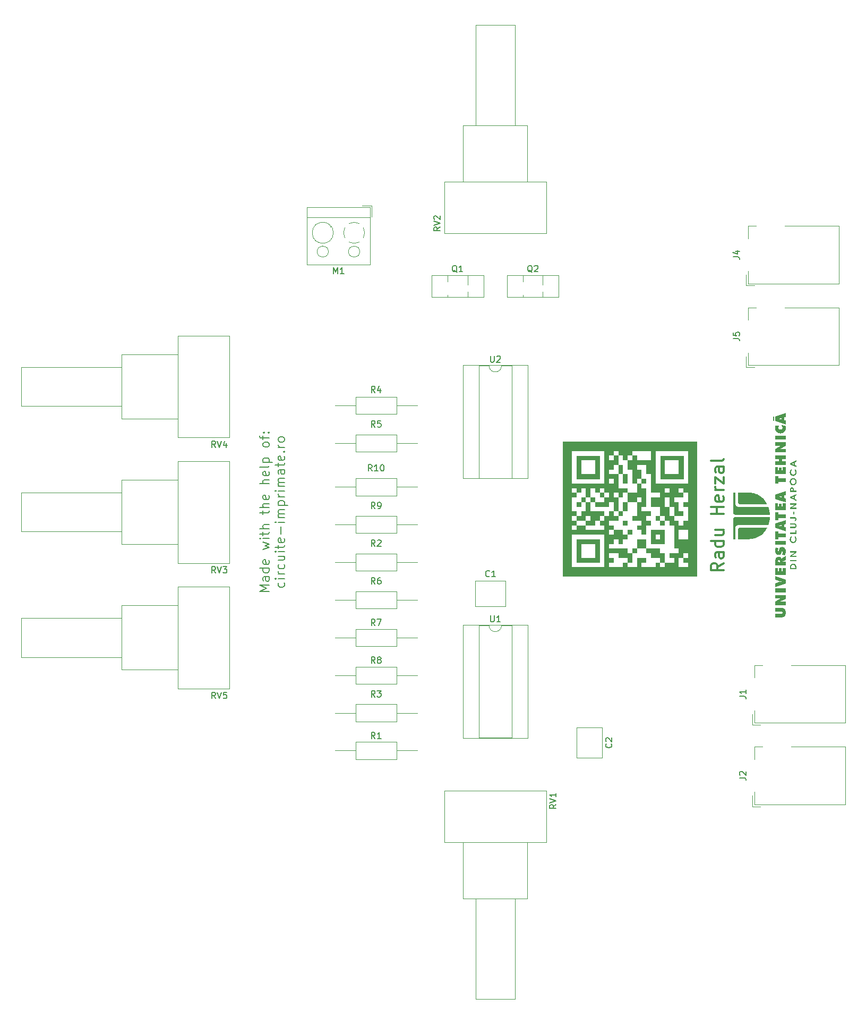
<source format=gbr>
G04 #@! TF.GenerationSoftware,KiCad,Pcbnew,(6.0.8)*
G04 #@! TF.CreationDate,2022-11-06T18:51:42+02:00*
G04 #@! TF.ProjectId,PIDController - Copy,50494443-6f6e-4747-926f-6c6c6572202d,rev?*
G04 #@! TF.SameCoordinates,Original*
G04 #@! TF.FileFunction,Legend,Top*
G04 #@! TF.FilePolarity,Positive*
%FSLAX46Y46*%
G04 Gerber Fmt 4.6, Leading zero omitted, Abs format (unit mm)*
G04 Created by KiCad (PCBNEW (6.0.8)) date 2022-11-06 18:51:42*
%MOMM*%
%LPD*%
G01*
G04 APERTURE LIST*
%ADD10C,0.051858*%
%ADD11C,0.000000*%
%ADD12C,0.300000*%
%ADD13C,0.150000*%
%ADD14C,0.120000*%
G04 APERTURE END LIST*
D10*
X83630084Y-61665001D02*
X83630084Y-61665001D01*
X80000000Y-58034917D02*
X83630084Y-58034917D01*
X93335000Y-61665001D02*
X93335000Y-61665001D01*
X83630084Y-58034917D02*
X83630084Y-61665001D01*
D11*
G36*
X113296378Y-80791343D02*
G01*
X112446403Y-81295374D01*
X112459980Y-81293015D01*
X112473905Y-81290888D01*
X112488156Y-81288979D01*
X112502710Y-81287271D01*
X112517542Y-81285749D01*
X112532630Y-81284398D01*
X112563481Y-81282145D01*
X112630371Y-81279333D01*
X112666638Y-81278052D01*
X112685775Y-81277659D01*
X112705695Y-81277514D01*
X113297038Y-81277514D01*
X113297038Y-81846369D01*
X111656622Y-81846369D01*
X111656622Y-81268254D01*
X112515195Y-80760254D01*
X112501002Y-80762613D01*
X112486236Y-80764739D01*
X112470942Y-80766649D01*
X112455168Y-80768357D01*
X112438960Y-80769879D01*
X112422364Y-80771230D01*
X112388195Y-80773483D01*
X112308324Y-80776294D01*
X112260203Y-80777576D01*
X112207617Y-80778113D01*
X111655961Y-80778113D01*
X111655961Y-80209259D01*
X113296378Y-80209259D01*
X113296378Y-80791343D01*
G37*
G36*
X115025430Y-73486198D02*
G01*
X114263429Y-73962448D01*
X115025430Y-73962448D01*
X115025430Y-74172130D01*
X113983632Y-74172130D01*
X113983632Y-73932021D01*
X114750924Y-73464369D01*
X113983632Y-73464369D01*
X113983632Y-73252703D01*
X115025430Y-73252703D01*
X115025430Y-73486198D01*
G37*
D10*
X83630084Y-75000000D02*
X80000000Y-75000000D01*
D11*
G36*
X114280629Y-71062615D02*
G01*
X114265119Y-71079234D01*
X114250588Y-71096105D01*
X114237040Y-71113229D01*
X114224478Y-71130611D01*
X114212903Y-71148251D01*
X114202320Y-71166155D01*
X114192731Y-71184324D01*
X114184139Y-71202761D01*
X114176547Y-71221470D01*
X114169958Y-71240453D01*
X114164374Y-71259713D01*
X114159800Y-71279253D01*
X114156236Y-71299076D01*
X114153688Y-71319184D01*
X114152156Y-71339582D01*
X114151645Y-71360271D01*
X114151807Y-71372668D01*
X114152317Y-71385034D01*
X114153215Y-71397338D01*
X114154539Y-71409549D01*
X114156328Y-71421637D01*
X114157409Y-71427624D01*
X114158621Y-71433569D01*
X114159969Y-71439467D01*
X114161457Y-71445315D01*
X114163090Y-71451108D01*
X114164873Y-71456844D01*
X114168249Y-71468621D01*
X114172408Y-71481111D01*
X114177326Y-71494283D01*
X114182981Y-71508107D01*
X114189349Y-71522550D01*
X114196407Y-71537583D01*
X114204131Y-71553174D01*
X114212499Y-71569292D01*
X114217375Y-71577554D01*
X114222580Y-71585721D01*
X114228116Y-71593789D01*
X114233986Y-71601755D01*
X114240194Y-71609617D01*
X114246741Y-71617370D01*
X114253632Y-71625014D01*
X114260868Y-71632544D01*
X114268454Y-71639958D01*
X114276391Y-71647253D01*
X114284682Y-71654425D01*
X114293331Y-71661473D01*
X114302341Y-71668392D01*
X114311714Y-71675181D01*
X114321453Y-71681836D01*
X114331561Y-71688355D01*
X114341559Y-71694618D01*
X114351702Y-71700504D01*
X114361981Y-71706011D01*
X114372386Y-71711134D01*
X114382907Y-71715870D01*
X114393535Y-71720214D01*
X114404259Y-71724162D01*
X114415071Y-71727712D01*
X114425960Y-71730858D01*
X114436917Y-71733598D01*
X114447932Y-71735926D01*
X114458996Y-71737840D01*
X114470099Y-71739336D01*
X114481230Y-71740409D01*
X114492381Y-71741055D01*
X114503541Y-71741271D01*
X114522578Y-71740806D01*
X114541240Y-71739411D01*
X114559524Y-71737086D01*
X114577428Y-71733830D01*
X114594947Y-71729644D01*
X114612080Y-71724528D01*
X114628824Y-71718482D01*
X114645175Y-71711506D01*
X114661131Y-71703599D01*
X114676689Y-71694762D01*
X114691845Y-71684996D01*
X114706598Y-71674299D01*
X114720944Y-71662671D01*
X114734879Y-71650114D01*
X114748402Y-71636627D01*
X114761509Y-71622209D01*
X114773873Y-71607356D01*
X114785419Y-71592314D01*
X114796148Y-71577078D01*
X114806065Y-71561644D01*
X114815171Y-71546008D01*
X114823471Y-71530168D01*
X114830966Y-71514118D01*
X114837660Y-71497854D01*
X114843555Y-71481374D01*
X114848655Y-71464673D01*
X114852962Y-71447747D01*
X114856480Y-71430592D01*
X114859211Y-71413205D01*
X114861158Y-71395582D01*
X114862324Y-71377718D01*
X114862712Y-71359610D01*
X114862603Y-71349254D01*
X114862273Y-71339019D01*
X114861718Y-71328905D01*
X114860935Y-71318909D01*
X114859919Y-71309030D01*
X114858666Y-71299265D01*
X114857173Y-71289612D01*
X114855436Y-71280069D01*
X114853451Y-71270635D01*
X114851214Y-71261308D01*
X114848722Y-71252085D01*
X114845969Y-71242966D01*
X114842953Y-71233946D01*
X114839670Y-71225026D01*
X114836115Y-71216203D01*
X114832285Y-71207474D01*
X114828543Y-71198715D01*
X114824514Y-71190048D01*
X114820209Y-71181471D01*
X114815635Y-71172985D01*
X114810801Y-71164588D01*
X114805717Y-71156280D01*
X114800390Y-71148058D01*
X114794830Y-71139923D01*
X114789045Y-71131873D01*
X114783044Y-71123907D01*
X114776835Y-71116024D01*
X114770428Y-71108224D01*
X114763831Y-71100506D01*
X114757053Y-71092867D01*
X114750102Y-71085308D01*
X114742988Y-71077828D01*
X114742988Y-70831766D01*
X114756738Y-70838757D01*
X114770203Y-70846089D01*
X114783378Y-70853760D01*
X114796256Y-70861769D01*
X114808831Y-70870115D01*
X114821099Y-70878798D01*
X114833053Y-70887815D01*
X114844687Y-70897167D01*
X114855995Y-70906853D01*
X114866972Y-70916870D01*
X114877612Y-70927219D01*
X114887909Y-70937899D01*
X114897857Y-70948907D01*
X114907450Y-70960245D01*
X114916683Y-70971909D01*
X114925550Y-70983901D01*
X114934511Y-70996211D01*
X114943040Y-71008341D01*
X114951138Y-71020297D01*
X114958808Y-71032084D01*
X114966052Y-71043708D01*
X114972872Y-71055175D01*
X114979269Y-71066491D01*
X114985246Y-71077662D01*
X114990804Y-71088693D01*
X114995946Y-71099591D01*
X115000672Y-71110360D01*
X115004986Y-71121008D01*
X115008890Y-71131539D01*
X115012384Y-71141960D01*
X115015471Y-71152277D01*
X115018154Y-71162494D01*
X115022926Y-71181655D01*
X115027311Y-71199939D01*
X115031292Y-71217340D01*
X115034855Y-71233849D01*
X115037984Y-71249459D01*
X115040664Y-71264163D01*
X115042878Y-71277951D01*
X115044611Y-71290818D01*
X115045978Y-71303104D01*
X115047113Y-71315188D01*
X115048030Y-71327118D01*
X115048746Y-71338939D01*
X115049275Y-71350698D01*
X115049635Y-71362441D01*
X115049839Y-71374216D01*
X115049903Y-71386068D01*
X115048198Y-71405787D01*
X115046059Y-71425253D01*
X115043485Y-71444461D01*
X115040478Y-71463407D01*
X115037036Y-71482085D01*
X115033160Y-71500491D01*
X115028850Y-71518620D01*
X115024106Y-71536467D01*
X115018928Y-71554027D01*
X115013316Y-71571296D01*
X115007270Y-71588268D01*
X115000790Y-71604938D01*
X114993876Y-71621303D01*
X114986528Y-71637356D01*
X114978745Y-71653094D01*
X114970529Y-71668511D01*
X114961893Y-71683860D01*
X114953097Y-71698656D01*
X114944137Y-71712906D01*
X114935006Y-71726616D01*
X114925702Y-71739790D01*
X114916218Y-71752436D01*
X114906550Y-71764558D01*
X114896694Y-71776163D01*
X114886643Y-71787256D01*
X114876394Y-71797843D01*
X114865941Y-71807931D01*
X114855280Y-71817524D01*
X114844406Y-71826629D01*
X114833314Y-71835252D01*
X114821999Y-71843398D01*
X114810456Y-71851073D01*
X114787422Y-71864025D01*
X114764970Y-71876063D01*
X114743122Y-71887140D01*
X114721903Y-71897209D01*
X114701334Y-71906224D01*
X114681440Y-71914139D01*
X114671753Y-71917669D01*
X114662243Y-71920906D01*
X114652914Y-71923844D01*
X114643768Y-71926479D01*
X114625039Y-71931433D01*
X114606054Y-71935853D01*
X114586806Y-71939699D01*
X114567287Y-71942932D01*
X114547488Y-71945515D01*
X114527403Y-71947408D01*
X114507023Y-71948572D01*
X114486341Y-71948968D01*
X114476286Y-71948816D01*
X114466425Y-71948369D01*
X114456703Y-71947643D01*
X114447067Y-71946653D01*
X114437462Y-71945416D01*
X114427833Y-71943945D01*
X114418127Y-71942258D01*
X114408289Y-71940369D01*
X114398310Y-71938015D01*
X114387246Y-71934933D01*
X114375128Y-71931137D01*
X114361987Y-71926644D01*
X114347853Y-71921468D01*
X114332759Y-71915626D01*
X114316734Y-71909133D01*
X114299810Y-71902005D01*
X114290834Y-71898324D01*
X114281770Y-71894231D01*
X114272620Y-71889733D01*
X114263388Y-71884838D01*
X114254080Y-71879550D01*
X114244697Y-71873878D01*
X114235245Y-71867828D01*
X114225727Y-71861407D01*
X114216147Y-71854622D01*
X114206508Y-71847479D01*
X114196816Y-71839986D01*
X114187073Y-71832148D01*
X114177283Y-71823973D01*
X114167451Y-71815468D01*
X114157580Y-71806639D01*
X114147674Y-71797493D01*
X114137846Y-71788059D01*
X114128208Y-71778355D01*
X114118763Y-71768376D01*
X114109516Y-71758116D01*
X114100471Y-71747569D01*
X114091631Y-71736730D01*
X114083000Y-71725592D01*
X114074583Y-71714150D01*
X114066383Y-71702397D01*
X114058403Y-71690329D01*
X114050648Y-71677940D01*
X114043122Y-71665222D01*
X114035829Y-71652172D01*
X114028772Y-71638782D01*
X114021955Y-71625048D01*
X114015382Y-71610962D01*
X114009120Y-71597204D01*
X114003233Y-71583215D01*
X113997726Y-71568997D01*
X113992603Y-71554552D01*
X113987868Y-71539883D01*
X113983524Y-71524991D01*
X113979575Y-71509878D01*
X113976025Y-71494546D01*
X113972879Y-71478997D01*
X113970139Y-71463233D01*
X113967811Y-71447255D01*
X113965897Y-71431067D01*
X113964402Y-71414669D01*
X113963329Y-71398063D01*
X113962682Y-71381253D01*
X113962466Y-71364238D01*
X113963790Y-71362257D01*
X113963921Y-71349357D01*
X113964338Y-71336449D01*
X113965081Y-71323526D01*
X113966187Y-71310580D01*
X113967698Y-71297602D01*
X113969649Y-71284586D01*
X113972082Y-71271524D01*
X113975034Y-71258407D01*
X113977445Y-71245384D01*
X113980677Y-71231122D01*
X113984685Y-71215618D01*
X113989421Y-71198875D01*
X113994839Y-71180892D01*
X114000893Y-71161668D01*
X114014722Y-71119500D01*
X114018948Y-71108724D01*
X114023443Y-71097975D01*
X114028213Y-71087247D01*
X114033264Y-71076536D01*
X114038602Y-71065836D01*
X114044232Y-71055143D01*
X114050161Y-71044452D01*
X114056394Y-71033758D01*
X114062938Y-71023056D01*
X114069797Y-71012342D01*
X114076977Y-71001610D01*
X114084486Y-70990857D01*
X114092327Y-70980075D01*
X114100508Y-70969262D01*
X114109033Y-70958412D01*
X114117910Y-70947521D01*
X114127026Y-70936714D01*
X114136269Y-70926367D01*
X114145642Y-70916473D01*
X114155148Y-70907027D01*
X114164790Y-70898023D01*
X114174570Y-70889454D01*
X114184491Y-70881316D01*
X114194557Y-70873603D01*
X114204770Y-70866308D01*
X114215133Y-70859425D01*
X114225649Y-70852950D01*
X114236321Y-70846876D01*
X114247153Y-70841197D01*
X114258146Y-70835907D01*
X114269303Y-70831002D01*
X114280629Y-70826474D01*
X114280629Y-71062615D01*
G37*
G36*
X113296378Y-58523347D02*
G01*
X112718924Y-58523347D01*
X112718924Y-58883844D01*
X113297038Y-58883844D01*
X113297038Y-59472541D01*
X111656622Y-59472541D01*
X111655961Y-58883182D01*
X112202326Y-58883182D01*
X112202326Y-58523347D01*
X111655961Y-58523347D01*
X111655961Y-57933326D01*
X113296378Y-57933326D01*
X113296378Y-58523347D01*
G37*
D10*
X80000000Y-61665001D02*
X80000000Y-61665001D01*
D11*
G36*
X112194388Y-70401818D02*
G01*
X113296378Y-70401818D01*
X113296378Y-70990515D01*
X112194388Y-70990515D01*
X112194388Y-71318598D01*
X111656622Y-71318598D01*
X111656622Y-70073734D01*
X112194388Y-70073734D01*
X112194388Y-70401818D01*
G37*
D10*
X96965083Y-61665001D02*
X96965083Y-61665001D01*
X93335000Y-61665001D02*
X93335000Y-58034917D01*
D11*
G36*
X114480151Y-62751667D02*
G01*
X114459585Y-62750361D01*
X114439709Y-62748540D01*
X114420515Y-62746208D01*
X114401995Y-62743367D01*
X114384142Y-62740023D01*
X114366948Y-62736179D01*
X114350405Y-62731839D01*
X114334506Y-62727006D01*
X114319242Y-62721685D01*
X114304606Y-62715880D01*
X114290590Y-62709594D01*
X114277186Y-62702831D01*
X114264387Y-62695595D01*
X114252185Y-62687891D01*
X114229089Y-62671916D01*
X114218084Y-62664033D01*
X114207443Y-62656213D01*
X114197171Y-62648452D01*
X114187270Y-62640743D01*
X114177743Y-62633083D01*
X114168593Y-62625466D01*
X114159822Y-62617888D01*
X114151435Y-62610344D01*
X114150320Y-62609298D01*
X114143433Y-62602829D01*
X114135820Y-62595338D01*
X114128598Y-62587867D01*
X114121770Y-62580410D01*
X114115340Y-62572963D01*
X114109310Y-62565521D01*
X114103123Y-62558382D01*
X114096964Y-62550855D01*
X114090828Y-62542941D01*
X114084711Y-62534639D01*
X114072521Y-62516873D01*
X114060362Y-62497556D01*
X114048202Y-62476689D01*
X114036012Y-62454272D01*
X114023760Y-62430304D01*
X114011414Y-62404787D01*
X114005632Y-62391609D01*
X114000195Y-62378124D01*
X113995107Y-62364332D01*
X113990371Y-62350236D01*
X113985992Y-62335838D01*
X113981973Y-62321140D01*
X113978319Y-62306143D01*
X113975033Y-62290850D01*
X113972119Y-62275262D01*
X113969581Y-62259381D01*
X113967423Y-62243210D01*
X113965649Y-62226750D01*
X113964262Y-62210003D01*
X113963267Y-62192972D01*
X113962667Y-62175657D01*
X113962466Y-62158061D01*
X113963128Y-62158061D01*
X113963281Y-62146158D01*
X114150318Y-62146158D01*
X114150320Y-62147480D01*
X114150328Y-62146835D01*
X114150604Y-62164319D01*
X114151464Y-62182092D01*
X114152895Y-62199475D01*
X114154896Y-62216468D01*
X114157468Y-62233070D01*
X114160608Y-62249279D01*
X114164316Y-62265094D01*
X114168591Y-62280516D01*
X114173431Y-62295542D01*
X114178837Y-62310172D01*
X114184806Y-62324405D01*
X114191339Y-62338239D01*
X114198433Y-62351674D01*
X114206089Y-62364709D01*
X114214304Y-62377344D01*
X114223078Y-62389575D01*
X114232000Y-62401669D01*
X114240903Y-62413153D01*
X114249785Y-62424035D01*
X114258642Y-62434327D01*
X114267473Y-62444037D01*
X114276273Y-62453176D01*
X114285040Y-62461752D01*
X114293772Y-62469777D01*
X114302465Y-62477258D01*
X114311116Y-62484207D01*
X114319722Y-62490633D01*
X114328282Y-62496545D01*
X114336790Y-62501953D01*
X114345245Y-62506867D01*
X114353645Y-62511296D01*
X114361985Y-62515251D01*
X114370139Y-62518957D01*
X114378479Y-62522389D01*
X114387002Y-62525551D01*
X114395709Y-62528449D01*
X114404598Y-62531087D01*
X114413668Y-62533471D01*
X114422918Y-62535604D01*
X114432348Y-62537493D01*
X114441955Y-62539140D01*
X114451741Y-62540553D01*
X114461702Y-62541735D01*
X114471839Y-62542691D01*
X114482150Y-62543426D01*
X114492635Y-62543945D01*
X114514120Y-62544355D01*
X114527092Y-62544106D01*
X114533461Y-62543793D01*
X114539762Y-62543353D01*
X114546006Y-62542785D01*
X114552199Y-62542088D01*
X114558353Y-62541262D01*
X114564474Y-62540305D01*
X114570572Y-62539216D01*
X114576656Y-62537994D01*
X114582733Y-62536638D01*
X114588814Y-62535148D01*
X114601019Y-62531759D01*
X114613340Y-62527820D01*
X114624806Y-62522918D01*
X114636853Y-62517132D01*
X114649442Y-62510447D01*
X114662536Y-62502848D01*
X114676094Y-62494319D01*
X114690079Y-62484844D01*
X114704452Y-62474408D01*
X114719173Y-62462995D01*
X114726538Y-62457149D01*
X114733752Y-62451019D01*
X114740822Y-62444598D01*
X114747750Y-62437880D01*
X114754543Y-62430860D01*
X114761206Y-62423532D01*
X114767742Y-62415890D01*
X114774157Y-62407929D01*
X114780456Y-62399642D01*
X114786644Y-62391023D01*
X114792725Y-62382067D01*
X114798704Y-62372769D01*
X114804586Y-62363121D01*
X114810376Y-62353119D01*
X114816079Y-62342756D01*
X114821700Y-62332027D01*
X114826506Y-62321493D01*
X114831001Y-62310980D01*
X114835187Y-62300492D01*
X114839063Y-62290034D01*
X114842629Y-62279611D01*
X114845884Y-62269228D01*
X114848830Y-62258889D01*
X114851466Y-62248600D01*
X114853791Y-62238364D01*
X114855806Y-62228188D01*
X114857512Y-62218076D01*
X114858907Y-62208033D01*
X114859992Y-62198064D01*
X114860768Y-62188173D01*
X114861233Y-62178365D01*
X114861388Y-62168645D01*
X114861107Y-62149336D01*
X114860261Y-62130600D01*
X114858841Y-62112435D01*
X114856840Y-62094841D01*
X114854250Y-62077816D01*
X114851062Y-62061361D01*
X114847271Y-62045473D01*
X114842866Y-62030152D01*
X114837842Y-62015397D01*
X114832190Y-62001206D01*
X114825902Y-61987580D01*
X114818971Y-61974517D01*
X114811389Y-61962015D01*
X114803148Y-61950075D01*
X114794240Y-61938695D01*
X114784658Y-61927873D01*
X114774828Y-61917432D01*
X114765175Y-61907438D01*
X114755690Y-61897890D01*
X114746366Y-61888785D01*
X114737192Y-61880123D01*
X114728161Y-61871900D01*
X114719264Y-61864115D01*
X114710492Y-61856766D01*
X114701836Y-61849852D01*
X114693287Y-61843369D01*
X114684837Y-61837317D01*
X114676478Y-61831693D01*
X114668200Y-61826496D01*
X114659994Y-61821722D01*
X114651853Y-61817372D01*
X114643767Y-61813442D01*
X114635587Y-61809394D01*
X114627412Y-61805677D01*
X114619232Y-61802283D01*
X114611035Y-61799200D01*
X114602811Y-61796419D01*
X114594549Y-61793931D01*
X114586239Y-61791726D01*
X114577869Y-61789794D01*
X114569430Y-61788126D01*
X114560910Y-61786712D01*
X114552300Y-61785541D01*
X114543587Y-61784606D01*
X114534762Y-61783895D01*
X114525814Y-61783399D01*
X114516733Y-61783108D01*
X114507507Y-61783014D01*
X114490702Y-61783329D01*
X114474020Y-61784296D01*
X114465726Y-61785033D01*
X114457463Y-61785944D01*
X114449231Y-61787034D01*
X114441030Y-61788306D01*
X114432860Y-61789764D01*
X114424721Y-61791412D01*
X114416613Y-61793254D01*
X114408536Y-61795293D01*
X114400490Y-61797534D01*
X114392475Y-61799980D01*
X114384492Y-61802635D01*
X114376539Y-61805503D01*
X114368547Y-61808806D01*
X114360695Y-61812265D01*
X114352982Y-61815884D01*
X114345409Y-61819663D01*
X114337975Y-61823605D01*
X114330681Y-61827712D01*
X114323527Y-61831985D01*
X114316512Y-61836427D01*
X114309636Y-61841039D01*
X114302900Y-61845824D01*
X114296303Y-61850783D01*
X114289846Y-61855919D01*
X114283529Y-61861233D01*
X114277351Y-61866728D01*
X114271313Y-61872404D01*
X114265414Y-61878265D01*
X114259073Y-61884001D01*
X114252952Y-61889799D01*
X114247052Y-61895659D01*
X114241374Y-61901581D01*
X114235921Y-61907565D01*
X114230695Y-61913611D01*
X114225698Y-61919719D01*
X114220931Y-61925889D01*
X114216397Y-61932121D01*
X114212097Y-61938416D01*
X114208033Y-61944772D01*
X114204208Y-61951190D01*
X114200623Y-61957670D01*
X114197281Y-61964213D01*
X114194183Y-61970817D01*
X114191330Y-61977483D01*
X114186278Y-61990246D01*
X114181543Y-62002692D01*
X114177134Y-62014749D01*
X114173058Y-62026350D01*
X114169323Y-62037423D01*
X114165937Y-62047899D01*
X114162908Y-62057708D01*
X114160242Y-62066782D01*
X114157727Y-62076678D01*
X114155622Y-62086552D01*
X114153905Y-62096442D01*
X114152553Y-62106386D01*
X114151541Y-62116423D01*
X114150847Y-62126592D01*
X114150448Y-62136931D01*
X114150328Y-62146835D01*
X114150318Y-62146158D01*
X113963281Y-62146158D01*
X113963322Y-62142977D01*
X113963901Y-62127981D01*
X113964864Y-62113070D01*
X113966208Y-62098241D01*
X113967933Y-62083490D01*
X113970035Y-62068812D01*
X113972513Y-62054204D01*
X113975366Y-62039661D01*
X113978590Y-62025181D01*
X113982184Y-62010759D01*
X113986147Y-61996391D01*
X113990476Y-61982074D01*
X113995169Y-61967803D01*
X114000224Y-61953574D01*
X114005640Y-61939384D01*
X114011415Y-61925230D01*
X114017492Y-61911331D01*
X114023820Y-61897667D01*
X114030399Y-61884236D01*
X114037232Y-61871042D01*
X114044321Y-61858083D01*
X114051668Y-61845362D01*
X114059275Y-61832880D01*
X114067143Y-61820637D01*
X114075274Y-61808634D01*
X114083672Y-61796872D01*
X114092336Y-61785353D01*
X114101270Y-61774076D01*
X114110475Y-61763044D01*
X114119954Y-61752257D01*
X114129708Y-61741716D01*
X114139738Y-61731422D01*
X114149660Y-61721439D01*
X114159582Y-61711831D01*
X114169504Y-61702604D01*
X114179425Y-61693760D01*
X114189347Y-61685304D01*
X114199269Y-61677239D01*
X114209191Y-61669569D01*
X114219113Y-61662299D01*
X114229034Y-61655432D01*
X114238956Y-61648972D01*
X114248878Y-61642922D01*
X114258800Y-61637288D01*
X114268722Y-61632072D01*
X114278644Y-61627278D01*
X114288566Y-61622911D01*
X114298488Y-61618974D01*
X114317113Y-61611601D01*
X114335250Y-61604887D01*
X114352845Y-61598871D01*
X114369842Y-61593591D01*
X114386189Y-61589086D01*
X114401830Y-61585395D01*
X114409369Y-61583867D01*
X114416711Y-61582557D01*
X114423850Y-61581469D01*
X114430779Y-61580610D01*
X114444916Y-61578474D01*
X114459046Y-61576548D01*
X114473160Y-61574855D01*
X114487251Y-61573417D01*
X114501311Y-61572259D01*
X114515332Y-61571403D01*
X114529307Y-61570872D01*
X114543227Y-61570690D01*
X114555256Y-61572256D01*
X114567528Y-61574227D01*
X114580036Y-61576605D01*
X114592774Y-61579392D01*
X114605738Y-61582590D01*
X114618920Y-61586201D01*
X114632315Y-61590226D01*
X114645918Y-61594668D01*
X114659723Y-61599528D01*
X114673723Y-61604809D01*
X114687913Y-61610513D01*
X114702287Y-61616640D01*
X114716840Y-61623195D01*
X114731564Y-61630177D01*
X114746456Y-61637590D01*
X114761508Y-61645435D01*
X114776189Y-61653527D01*
X114790465Y-61661925D01*
X114804334Y-61670625D01*
X114817794Y-61679624D01*
X114830844Y-61688918D01*
X114843480Y-61698502D01*
X114855702Y-61708373D01*
X114867507Y-61718526D01*
X114878894Y-61728959D01*
X114889860Y-61739667D01*
X114900403Y-61750646D01*
X114910523Y-61761893D01*
X114920215Y-61773403D01*
X114929480Y-61785173D01*
X114938314Y-61797199D01*
X114946717Y-61809476D01*
X114962182Y-61834408D01*
X114976307Y-61858610D01*
X114989052Y-61882100D01*
X114994895Y-61893582D01*
X115000378Y-61904892D01*
X115005497Y-61916031D01*
X115010247Y-61927002D01*
X115014623Y-61937806D01*
X115018620Y-61948445D01*
X115022233Y-61958921D01*
X115025458Y-61969237D01*
X115028289Y-61979393D01*
X115030722Y-61989393D01*
X115035373Y-62009578D01*
X115039404Y-62030445D01*
X115042815Y-62051995D01*
X115045605Y-62074226D01*
X115047776Y-62097140D01*
X115049326Y-62120735D01*
X115050256Y-62145013D01*
X115050566Y-62169973D01*
X115050372Y-62187236D01*
X115049788Y-62204304D01*
X115048813Y-62221182D01*
X115047445Y-62237875D01*
X115045681Y-62254390D01*
X115043520Y-62270733D01*
X115040960Y-62286910D01*
X115037999Y-62302925D01*
X115034634Y-62318785D01*
X115030865Y-62334496D01*
X115026688Y-62350064D01*
X115022103Y-62365494D01*
X115017107Y-62380793D01*
X115011698Y-62395966D01*
X115005874Y-62411018D01*
X114999634Y-62425956D01*
X114992953Y-62439845D01*
X114986055Y-62453479D01*
X114978942Y-62466848D01*
X114971615Y-62479947D01*
X114964075Y-62492766D01*
X114956323Y-62505299D01*
X114948359Y-62517537D01*
X114940186Y-62529473D01*
X114931802Y-62541099D01*
X114923211Y-62552407D01*
X114914412Y-62563389D01*
X114905407Y-62574039D01*
X114896197Y-62584347D01*
X114886782Y-62594306D01*
X114877163Y-62603909D01*
X114867342Y-62613147D01*
X114857148Y-62622039D01*
X114846903Y-62630606D01*
X114836601Y-62638852D01*
X114826238Y-62646778D01*
X114815810Y-62654387D01*
X114805311Y-62661679D01*
X114794736Y-62668658D01*
X114784080Y-62675325D01*
X114773340Y-62681681D01*
X114762509Y-62687730D01*
X114751584Y-62693472D01*
X114740558Y-62698910D01*
X114729428Y-62704045D01*
X114718189Y-62708880D01*
X114706835Y-62713417D01*
X114695362Y-62717657D01*
X114684231Y-62721975D01*
X114673160Y-62726000D01*
X114662146Y-62729735D01*
X114651189Y-62733181D01*
X114640287Y-62736340D01*
X114629436Y-62739214D01*
X114618636Y-62741806D01*
X114607885Y-62744116D01*
X114597179Y-62746147D01*
X114586519Y-62747902D01*
X114575901Y-62749381D01*
X114565324Y-62750586D01*
X114554785Y-62751521D01*
X114544284Y-62752186D01*
X114533817Y-62752583D01*
X114523383Y-62752716D01*
X114514120Y-62752605D01*
X114501414Y-62752453D01*
X114480151Y-62751667D01*
G37*
G36*
X111656622Y-51795660D02*
G01*
X113297038Y-51222173D01*
X113297038Y-51855190D01*
X113090002Y-51908105D01*
X113090002Y-52352605D01*
X113297038Y-52402214D01*
X113297038Y-53035890D01*
X112701065Y-52823455D01*
X111656622Y-52451162D01*
X111656622Y-52136306D01*
X112154039Y-52136306D01*
X112154370Y-52135977D01*
X112154700Y-52135646D01*
X112188373Y-52137962D01*
X112205837Y-52139461D01*
X112223657Y-52141269D01*
X112241788Y-52143450D01*
X112260182Y-52146065D01*
X112278793Y-52149176D01*
X112297575Y-52152845D01*
X112339495Y-52160989D01*
X112389849Y-52171861D01*
X112418188Y-52178476D01*
X112448636Y-52185959D01*
X112481192Y-52194372D01*
X112515857Y-52203777D01*
X112701065Y-52252725D01*
X112701065Y-52007984D01*
X112515857Y-52058916D01*
X112481189Y-52067938D01*
X112448615Y-52076155D01*
X112418118Y-52083565D01*
X112389683Y-52090169D01*
X112363295Y-52095967D01*
X112338937Y-52100959D01*
X112316595Y-52105145D01*
X112296253Y-52108524D01*
X112277716Y-52111975D01*
X112259335Y-52114922D01*
X112241140Y-52117419D01*
X112223161Y-52119521D01*
X112205431Y-52121282D01*
X112187980Y-52122756D01*
X112154039Y-52125061D01*
X112154039Y-52136306D01*
X111656622Y-52136306D01*
X111656622Y-51795660D01*
G37*
G36*
X111656622Y-64219831D02*
G01*
X113297038Y-63646345D01*
X113297038Y-64280021D01*
X113090002Y-64332937D01*
X113090002Y-64778100D01*
X113297038Y-64827709D01*
X113297038Y-65461385D01*
X112701065Y-65248709D01*
X111656622Y-64875993D01*
X111656622Y-64561140D01*
X112154039Y-64561140D01*
X112154700Y-64562463D01*
X112188373Y-64565047D01*
X112205837Y-64566533D01*
X112223657Y-64568251D01*
X112241788Y-64570279D01*
X112260182Y-64572695D01*
X112278793Y-64575576D01*
X112297575Y-64579000D01*
X112339495Y-64587144D01*
X112389849Y-64598017D01*
X112418188Y-64604631D01*
X112448636Y-64612114D01*
X112481192Y-64620527D01*
X112515857Y-64629932D01*
X112701065Y-64678878D01*
X112701065Y-64434139D01*
X112515857Y-64484411D01*
X112448615Y-64501278D01*
X112418118Y-64508595D01*
X112389683Y-64515168D01*
X112363295Y-64520997D01*
X112338937Y-64526082D01*
X112316595Y-64530423D01*
X112296253Y-64534019D01*
X112277716Y-64537278D01*
X112259335Y-64540127D01*
X112241140Y-64542588D01*
X112223161Y-64544685D01*
X112205431Y-64546441D01*
X112187980Y-64547879D01*
X112170839Y-64549022D01*
X112154039Y-64549894D01*
X112154039Y-64561140D01*
X111656622Y-64561140D01*
X111656622Y-64219831D01*
G37*
D10*
X96965083Y-61665001D02*
X93335000Y-61665001D01*
D11*
G36*
X113297038Y-77802874D02*
G01*
X113297038Y-78351884D01*
X111656622Y-78977624D01*
X111656622Y-78338655D01*
X112250611Y-78164030D01*
X112313212Y-78146398D01*
X112370914Y-78131122D01*
X112423531Y-78118079D01*
X112470877Y-78107144D01*
X112492961Y-78102894D01*
X112514595Y-78099062D01*
X112535826Y-78095634D01*
X112556701Y-78092592D01*
X112577266Y-78089923D01*
X112597567Y-78087611D01*
X112617651Y-78085639D01*
X112637564Y-78083993D01*
X112637564Y-78072749D01*
X112616768Y-78069971D01*
X112595593Y-78066651D01*
X112574092Y-78062866D01*
X112552319Y-78058693D01*
X112508177Y-78049494D01*
X112463601Y-78039676D01*
X112416596Y-78028545D01*
X112367855Y-78016112D01*
X112317377Y-78002562D01*
X112265163Y-77988082D01*
X111656622Y-77804859D01*
X111656622Y-77181103D01*
X113297038Y-77802874D01*
G37*
G36*
X113297038Y-79777988D02*
G01*
X111656622Y-79777988D01*
X111656622Y-79179368D01*
X113297038Y-79179368D01*
X113297038Y-79777988D01*
G37*
G36*
X113984295Y-59212589D02*
G01*
X115026092Y-58734354D01*
X115026092Y-58964542D01*
X114756877Y-59087572D01*
X114756877Y-59491062D01*
X115025430Y-59615417D01*
X115025430Y-59846927D01*
X114569023Y-59640602D01*
X113983632Y-59375968D01*
X113983965Y-59293947D01*
X114254831Y-59293947D01*
X114569023Y-59413009D01*
X114569023Y-59171577D01*
X114254831Y-59293947D01*
X113983965Y-59293947D01*
X113984295Y-59212589D01*
G37*
G36*
X83630084Y-58034917D02*
G01*
X83630084Y-61665001D01*
X80000000Y-61665001D01*
X80000000Y-60961209D01*
X80703792Y-60961209D01*
X82926292Y-60961209D01*
X82926292Y-58738709D01*
X80703792Y-58738709D01*
X80703792Y-60961209D01*
X80000000Y-60961209D01*
X80000000Y-58034917D01*
X83630084Y-58034917D01*
G37*
D10*
X80000000Y-71369917D02*
X83630084Y-71369917D01*
D11*
G36*
X96965083Y-58034917D02*
G01*
X96965083Y-61665001D01*
X93335000Y-61665001D01*
X93335000Y-60961209D01*
X94038792Y-60961209D01*
X96261291Y-60961209D01*
X96261291Y-58738709D01*
X94038792Y-58738709D01*
X94038792Y-60961209D01*
X93335000Y-60961209D01*
X93335000Y-58034917D01*
X96965083Y-58034917D01*
G37*
G36*
X113297038Y-72235380D02*
G01*
X111656622Y-72235380D01*
X111656622Y-71638083D01*
X113297038Y-71638083D01*
X113297038Y-72235380D01*
G37*
G36*
X110799343Y-67882383D02*
G01*
X110794061Y-67964655D01*
X110786859Y-68046432D01*
X110777761Y-68127693D01*
X110766791Y-68208415D01*
X110753974Y-68288576D01*
X110739332Y-68368154D01*
X110722892Y-68447126D01*
X110704676Y-68525470D01*
X110684709Y-68603164D01*
X110663016Y-68680185D01*
X110639620Y-68756512D01*
X110614546Y-68832122D01*
X110587818Y-68906993D01*
X110559461Y-68981102D01*
X110529498Y-69054427D01*
X105823222Y-69054427D01*
X105784628Y-69055873D01*
X105743701Y-69060326D01*
X105701097Y-69067952D01*
X105657475Y-69078921D01*
X105613492Y-69093402D01*
X105569807Y-69111563D01*
X105548282Y-69122076D01*
X105527077Y-69133572D01*
X105506276Y-69146073D01*
X105485961Y-69159599D01*
X105466213Y-69174171D01*
X105447115Y-69189811D01*
X105428750Y-69206539D01*
X105411199Y-69224378D01*
X105394545Y-69243347D01*
X105378870Y-69263467D01*
X105364256Y-69284761D01*
X105350785Y-69307248D01*
X105338541Y-69330951D01*
X105327604Y-69355890D01*
X105318057Y-69382086D01*
X105309983Y-69409560D01*
X105303464Y-69438334D01*
X105298581Y-69468428D01*
X105295417Y-69499863D01*
X105294055Y-69532661D01*
X105294055Y-71318598D01*
X104950097Y-71318598D01*
X104950097Y-68171380D01*
X104951090Y-68124911D01*
X104954133Y-68081721D01*
X104956453Y-68061344D01*
X104959323Y-68041771D01*
X104962754Y-68023000D01*
X104966757Y-68005023D01*
X104971346Y-67987837D01*
X104976532Y-67971437D01*
X104982328Y-67955818D01*
X104988746Y-67940975D01*
X104995797Y-67926904D01*
X105003493Y-67913599D01*
X105011848Y-67901055D01*
X105020873Y-67889268D01*
X105030580Y-67878233D01*
X105040981Y-67867945D01*
X105052088Y-67858399D01*
X105063914Y-67849591D01*
X105076471Y-67841515D01*
X105089770Y-67834167D01*
X105103824Y-67827541D01*
X105118645Y-67821634D01*
X105134245Y-67816439D01*
X105150636Y-67811953D01*
X105167830Y-67808171D01*
X105185839Y-67805087D01*
X105204677Y-67802697D01*
X105224353Y-67800995D01*
X105244882Y-67799978D01*
X105266274Y-67799640D01*
X110802679Y-67799640D01*
X110799343Y-67882383D01*
G37*
D10*
X83630084Y-71369917D02*
X83630084Y-71369917D01*
D11*
G36*
X111656622Y-74783318D02*
G01*
X111657187Y-74743476D01*
X111658881Y-74704816D01*
X111661702Y-74667343D01*
X111665645Y-74631059D01*
X111670708Y-74595968D01*
X111676888Y-74562076D01*
X111684183Y-74529384D01*
X111692589Y-74497899D01*
X111702103Y-74467622D01*
X111712723Y-74438558D01*
X111724446Y-74410712D01*
X111737269Y-74384086D01*
X111751188Y-74358685D01*
X111766201Y-74334513D01*
X111782305Y-74311573D01*
X111799498Y-74289870D01*
X111817620Y-74269103D01*
X111836761Y-74249711D01*
X111856918Y-74231689D01*
X111878087Y-74215032D01*
X111900263Y-74199735D01*
X111923443Y-74185795D01*
X111947623Y-74173204D01*
X111972799Y-74161960D01*
X111998968Y-74152057D01*
X112026124Y-74143489D01*
X112054265Y-74136254D01*
X112083387Y-74130344D01*
X112113485Y-74125756D01*
X112144556Y-74122485D01*
X112176596Y-74120526D01*
X112209601Y-74119874D01*
X112231276Y-74120201D01*
X112252404Y-74121182D01*
X112272994Y-74122822D01*
X112293059Y-74125125D01*
X112312608Y-74128094D01*
X112331652Y-74131734D01*
X112350202Y-74136049D01*
X112368269Y-74141041D01*
X112385862Y-74146716D01*
X112402994Y-74153077D01*
X112419674Y-74160127D01*
X112435913Y-74167872D01*
X112451722Y-74176314D01*
X112467112Y-74185457D01*
X112482092Y-74195306D01*
X112496674Y-74205864D01*
X112510332Y-74216669D01*
X112523276Y-74227994D01*
X112535505Y-74239832D01*
X112547018Y-74252177D01*
X112557813Y-74265022D01*
X112567891Y-74278360D01*
X112577250Y-74292185D01*
X112585889Y-74306489D01*
X112593807Y-74321266D01*
X112601003Y-74336509D01*
X112607476Y-74352212D01*
X112613225Y-74368366D01*
X112618250Y-74384967D01*
X112622549Y-74402007D01*
X112626122Y-74419478D01*
X112628966Y-74437376D01*
X113297038Y-73998827D01*
X113297038Y-74658963D01*
X112754643Y-74945375D01*
X113297038Y-74945375D01*
X113297038Y-75524150D01*
X111656622Y-75524150D01*
X111656622Y-74946035D01*
X112078633Y-74946035D01*
X112399441Y-74947359D01*
X112399441Y-74856078D01*
X112399271Y-74845909D01*
X112398764Y-74835992D01*
X112397923Y-74826334D01*
X112396753Y-74816938D01*
X112395258Y-74807809D01*
X112393441Y-74798953D01*
X112391306Y-74790374D01*
X112388857Y-74782077D01*
X112386098Y-74774066D01*
X112383033Y-74766348D01*
X112379666Y-74758925D01*
X112376000Y-74751805D01*
X112372039Y-74744990D01*
X112367788Y-74738486D01*
X112363251Y-74732298D01*
X112358430Y-74726431D01*
X112353097Y-74721115D01*
X112347515Y-74716086D01*
X112341682Y-74711351D01*
X112335599Y-74706918D01*
X112329264Y-74702796D01*
X112322676Y-74698991D01*
X112315834Y-74695512D01*
X112308738Y-74692366D01*
X112301385Y-74689562D01*
X112293776Y-74687106D01*
X112285909Y-74685006D01*
X112277784Y-74683271D01*
X112269398Y-74681908D01*
X112260752Y-74680925D01*
X112251845Y-74680330D01*
X112242675Y-74680130D01*
X112232689Y-74680330D01*
X112223063Y-74680925D01*
X112213787Y-74681908D01*
X112204847Y-74683271D01*
X112196234Y-74685006D01*
X112187934Y-74687106D01*
X112179936Y-74689562D01*
X112172229Y-74692366D01*
X112164802Y-74695512D01*
X112157641Y-74698991D01*
X112150737Y-74702796D01*
X112144076Y-74706918D01*
X112137648Y-74711351D01*
X112131441Y-74716086D01*
X112125444Y-74721115D01*
X112119644Y-74726431D01*
X112114605Y-74732189D01*
X112109905Y-74738295D01*
X112105542Y-74744740D01*
X112101515Y-74751515D01*
X112097821Y-74758612D01*
X112094459Y-74766022D01*
X112091426Y-74773736D01*
X112088720Y-74781745D01*
X112086340Y-74790042D01*
X112084283Y-74798616D01*
X112082549Y-74807460D01*
X112081134Y-74816565D01*
X112080037Y-74825921D01*
X112079255Y-74835521D01*
X112078788Y-74845355D01*
X112078633Y-74855415D01*
X112078633Y-74946035D01*
X111656622Y-74946035D01*
X111656622Y-74783318D01*
G37*
G36*
X113296378Y-56450340D02*
G01*
X112446403Y-56954370D01*
X112459980Y-56952011D01*
X112473905Y-56949885D01*
X112488156Y-56947975D01*
X112502710Y-56946268D01*
X112517542Y-56944746D01*
X112532630Y-56943394D01*
X112563481Y-56941141D01*
X112630371Y-56938329D01*
X112666638Y-56937047D01*
X112685775Y-56936654D01*
X112705695Y-56936510D01*
X113297038Y-56936510D01*
X113297038Y-57505365D01*
X111656622Y-57505365D01*
X111656622Y-56927251D01*
X112515195Y-56419252D01*
X112501002Y-56421611D01*
X112486236Y-56423738D01*
X112470942Y-56425647D01*
X112455168Y-56427355D01*
X112438960Y-56428877D01*
X112422364Y-56430228D01*
X112388195Y-56432481D01*
X112308324Y-56435293D01*
X112260203Y-56436575D01*
X112207617Y-56437112D01*
X111655961Y-56437112D01*
X111655961Y-55868257D01*
X113296378Y-55868257D01*
X113296378Y-56450340D01*
G37*
G36*
X113297038Y-55436985D02*
G01*
X111656622Y-55436985D01*
X111656622Y-54838367D01*
X113297038Y-54838367D01*
X113297038Y-55436985D01*
G37*
G36*
X114280629Y-60354929D02*
G01*
X114265119Y-60371322D01*
X114250588Y-60388009D01*
X114237040Y-60404986D01*
X114224478Y-60422252D01*
X114212903Y-60439805D01*
X114202320Y-60457643D01*
X114192731Y-60475764D01*
X114184139Y-60494165D01*
X114176547Y-60512846D01*
X114169958Y-60531804D01*
X114164374Y-60551037D01*
X114159800Y-60570543D01*
X114156236Y-60590321D01*
X114153688Y-60610367D01*
X114152156Y-60630682D01*
X114151645Y-60651262D01*
X114151807Y-60663659D01*
X114152317Y-60676025D01*
X114153215Y-60688330D01*
X114154539Y-60700541D01*
X114156328Y-60712628D01*
X114157409Y-60718615D01*
X114158621Y-60724560D01*
X114159969Y-60730458D01*
X114161457Y-60736306D01*
X114163090Y-60742099D01*
X114164873Y-60747835D01*
X114168249Y-60759422D01*
X114172408Y-60771823D01*
X114177326Y-60784984D01*
X114182981Y-60798850D01*
X114189349Y-60813368D01*
X114196407Y-60828482D01*
X114204131Y-60844139D01*
X114212499Y-60860284D01*
X114217375Y-60868539D01*
X114222580Y-60876686D01*
X114228116Y-60884724D01*
X114233986Y-60892653D01*
X114240194Y-60900474D01*
X114246741Y-60908187D01*
X114253632Y-60915791D01*
X114260868Y-60923286D01*
X114268454Y-60930674D01*
X114276391Y-60937952D01*
X114284682Y-60945122D01*
X114293331Y-60952184D01*
X114302341Y-60959137D01*
X114311714Y-60965981D01*
X114321453Y-60972717D01*
X114331561Y-60979345D01*
X114341559Y-60985607D01*
X114351702Y-60991494D01*
X114361981Y-60997000D01*
X114372386Y-61002123D01*
X114382907Y-61006859D01*
X114393535Y-61011203D01*
X114404259Y-61015151D01*
X114415071Y-61018701D01*
X114425960Y-61021847D01*
X114436917Y-61024587D01*
X114447932Y-61026915D01*
X114458996Y-61028829D01*
X114470099Y-61030325D01*
X114481230Y-61031397D01*
X114492381Y-61032044D01*
X114503541Y-61032260D01*
X114522578Y-61031781D01*
X114541240Y-61030346D01*
X114559524Y-61027961D01*
X114577428Y-61024633D01*
X114594947Y-61020367D01*
X114612080Y-61015169D01*
X114628824Y-61009044D01*
X114645175Y-61001999D01*
X114661131Y-60994039D01*
X114676689Y-60985171D01*
X114691845Y-60975399D01*
X114706598Y-60964731D01*
X114720944Y-60953171D01*
X114734879Y-60940725D01*
X114748402Y-60927399D01*
X114761509Y-60913200D01*
X114773873Y-60898347D01*
X114785419Y-60883305D01*
X114796148Y-60868069D01*
X114806065Y-60852635D01*
X114815171Y-60836999D01*
X114823471Y-60821158D01*
X114830966Y-60805108D01*
X114837660Y-60788845D01*
X114843555Y-60772365D01*
X114848655Y-60755664D01*
X114852962Y-60738738D01*
X114856480Y-60721583D01*
X114859211Y-60704196D01*
X114861158Y-60686572D01*
X114862324Y-60668708D01*
X114862712Y-60650600D01*
X114862603Y-60640120D01*
X114862273Y-60629766D01*
X114861718Y-60619537D01*
X114860935Y-60609435D01*
X114859919Y-60599461D01*
X114858666Y-60589616D01*
X114857173Y-60579901D01*
X114855436Y-60570317D01*
X114853451Y-60560864D01*
X114851214Y-60551544D01*
X114848722Y-60542358D01*
X114845969Y-60533306D01*
X114842953Y-60524390D01*
X114839670Y-60515611D01*
X114836115Y-60506969D01*
X114832285Y-60498466D01*
X114828543Y-60489699D01*
X114824514Y-60481011D01*
X114820209Y-60472402D01*
X114815635Y-60463874D01*
X114810801Y-60455427D01*
X114805717Y-60447062D01*
X114800390Y-60438781D01*
X114794830Y-60430584D01*
X114789045Y-60422472D01*
X114783044Y-60414446D01*
X114776835Y-60406508D01*
X114770428Y-60398658D01*
X114763831Y-60390897D01*
X114757053Y-60383226D01*
X114750102Y-60375646D01*
X114742988Y-60368158D01*
X114742988Y-60123418D01*
X114756738Y-60130293D01*
X114770203Y-60137522D01*
X114783378Y-60145102D01*
X114796256Y-60153029D01*
X114808831Y-60161301D01*
X114821099Y-60169916D01*
X114833053Y-60178869D01*
X114844687Y-60188159D01*
X114855995Y-60197781D01*
X114866972Y-60207735D01*
X114877612Y-60218016D01*
X114887909Y-60228621D01*
X114897857Y-60239548D01*
X114907450Y-60250794D01*
X114916683Y-60262356D01*
X114925550Y-60274230D01*
X114934511Y-60286555D01*
X114943040Y-60298725D01*
X114951138Y-60310740D01*
X114958808Y-60322600D01*
X114966052Y-60334304D01*
X114972872Y-60345854D01*
X114979269Y-60357249D01*
X114985246Y-60368489D01*
X114990804Y-60379574D01*
X114995946Y-60390503D01*
X115000672Y-60401278D01*
X115004986Y-60411898D01*
X115008890Y-60422362D01*
X115012384Y-60432671D01*
X115015471Y-60442826D01*
X115018154Y-60452825D01*
X115022926Y-60471985D01*
X115027311Y-60490270D01*
X115031292Y-60507671D01*
X115034855Y-60524180D01*
X115037984Y-60539790D01*
X115040664Y-60554493D01*
X115042878Y-60568281D01*
X115044611Y-60581148D01*
X115045978Y-60593405D01*
X115047113Y-60605415D01*
X115048030Y-60617239D01*
X115048746Y-60628938D01*
X115049275Y-60640575D01*
X115049635Y-60652213D01*
X115049839Y-60663913D01*
X115049903Y-60675737D01*
X115048198Y-60695564D01*
X115046059Y-60715111D01*
X115043485Y-60734375D01*
X115040478Y-60753354D01*
X115037036Y-60772046D01*
X115033160Y-60790449D01*
X115028850Y-60808562D01*
X115024106Y-60826382D01*
X115018928Y-60843908D01*
X115013316Y-60861137D01*
X115007270Y-60878067D01*
X115000790Y-60894698D01*
X114993876Y-60911026D01*
X114986528Y-60927050D01*
X114978745Y-60942767D01*
X114970529Y-60958177D01*
X114961893Y-60973424D01*
X114953097Y-60988159D01*
X114944137Y-61002380D01*
X114935006Y-61016086D01*
X114925702Y-61029277D01*
X114916218Y-61041952D01*
X114906550Y-61054109D01*
X114896694Y-61065748D01*
X114886643Y-61076867D01*
X114876394Y-61087466D01*
X114865941Y-61097544D01*
X114855280Y-61107099D01*
X114844406Y-61116131D01*
X114833314Y-61124639D01*
X114821999Y-61132622D01*
X114810456Y-61140079D01*
X114787422Y-61153250D01*
X114764970Y-61165451D01*
X114743122Y-61176646D01*
X114721903Y-61186794D01*
X114701334Y-61195856D01*
X114681440Y-61203795D01*
X114671753Y-61207331D01*
X114662243Y-61210571D01*
X114652914Y-61213511D01*
X114643768Y-61216146D01*
X114625039Y-61221072D01*
X114606054Y-61225417D01*
X114586806Y-61229157D01*
X114567287Y-61232269D01*
X114547488Y-61234730D01*
X114527403Y-61236517D01*
X114507023Y-61237606D01*
X114486341Y-61237974D01*
X114476286Y-61237876D01*
X114466425Y-61237560D01*
X114456703Y-61236997D01*
X114447067Y-61236155D01*
X114437462Y-61235002D01*
X114427833Y-61233509D01*
X114418127Y-61231643D01*
X114408289Y-61229373D01*
X114398310Y-61227020D01*
X114387246Y-61223938D01*
X114375128Y-61220143D01*
X114361987Y-61215650D01*
X114347853Y-61210474D01*
X114332759Y-61204632D01*
X114316734Y-61198139D01*
X114299810Y-61191011D01*
X114290834Y-61187104D01*
X114281770Y-61182827D01*
X114272620Y-61178182D01*
X114263388Y-61173171D01*
X114254080Y-61167796D01*
X114244697Y-61162058D01*
X114235245Y-61155960D01*
X114225727Y-61149503D01*
X114216147Y-61142690D01*
X114206508Y-61135522D01*
X114196816Y-61128002D01*
X114187073Y-61120130D01*
X114177283Y-61111910D01*
X114167451Y-61103343D01*
X114157580Y-61094431D01*
X114147674Y-61085176D01*
X114137846Y-61075858D01*
X114128208Y-61066258D01*
X114118763Y-61056370D01*
X114109516Y-61046192D01*
X114100471Y-61035719D01*
X114091631Y-61024948D01*
X114083000Y-61013875D01*
X114074583Y-61002495D01*
X114066383Y-60990805D01*
X114058403Y-60978801D01*
X114050648Y-60966480D01*
X114043122Y-60953837D01*
X114035829Y-60940868D01*
X114028772Y-60927569D01*
X114021955Y-60913938D01*
X114015382Y-60899969D01*
X114009120Y-60886094D01*
X114003233Y-60872004D01*
X113997726Y-60857701D01*
X113992603Y-60843187D01*
X113987868Y-60828463D01*
X113983524Y-60813532D01*
X113979575Y-60798396D01*
X113976025Y-60783056D01*
X113972879Y-60767514D01*
X113970139Y-60751773D01*
X113967811Y-60735835D01*
X113965897Y-60719701D01*
X113964402Y-60703373D01*
X113963329Y-60686853D01*
X113962682Y-60670143D01*
X113962466Y-60653245D01*
X113963790Y-60653909D01*
X113963921Y-60641009D01*
X113964338Y-60628101D01*
X113965081Y-60615178D01*
X113966187Y-60602232D01*
X113967698Y-60589255D01*
X113969649Y-60576239D01*
X113972082Y-60563176D01*
X113975034Y-60550060D01*
X113977445Y-60537037D01*
X113980677Y-60522774D01*
X113984685Y-60507271D01*
X113989421Y-60490528D01*
X113994839Y-60472544D01*
X114000893Y-60453321D01*
X114014722Y-60411153D01*
X114018948Y-60400371D01*
X114023443Y-60389602D01*
X114028213Y-60378844D01*
X114033264Y-60368096D01*
X114038602Y-60357356D01*
X114044232Y-60346622D01*
X114050161Y-60335892D01*
X114056394Y-60325163D01*
X114062938Y-60314435D01*
X114069797Y-60303705D01*
X114076977Y-60292970D01*
X114084486Y-60282230D01*
X114092327Y-60271482D01*
X114100508Y-60260725D01*
X114109033Y-60249956D01*
X114117910Y-60239173D01*
X114127026Y-60228258D01*
X114136269Y-60217830D01*
X114145642Y-60207881D01*
X114155148Y-60198401D01*
X114164790Y-60189383D01*
X114174570Y-60180817D01*
X114184491Y-60172695D01*
X114194557Y-60165008D01*
X114204770Y-60157748D01*
X114215133Y-60150905D01*
X114225649Y-60144470D01*
X114236321Y-60138436D01*
X114247153Y-60132794D01*
X114258146Y-60127534D01*
X114269303Y-60122648D01*
X114280629Y-60118127D01*
X114280629Y-60354929D01*
G37*
G36*
X114658983Y-67376966D02*
G01*
X114494941Y-67376966D01*
X114494941Y-66951650D01*
X114658983Y-66951650D01*
X114658983Y-67376966D01*
G37*
D10*
X83630084Y-61665001D02*
X80000000Y-61665001D01*
D11*
G36*
X114774950Y-67821818D02*
G01*
X114789479Y-67822859D01*
X114803765Y-67824587D01*
X114817804Y-67826999D01*
X114831591Y-67830089D01*
X114845121Y-67833852D01*
X114858390Y-67838284D01*
X114871392Y-67843380D01*
X114884123Y-67849135D01*
X114896578Y-67855543D01*
X114908752Y-67862601D01*
X114920640Y-67870303D01*
X114932237Y-67878645D01*
X114943539Y-67887621D01*
X114954541Y-67897228D01*
X114965237Y-67907459D01*
X114975562Y-67918465D01*
X114985207Y-67929656D01*
X114994174Y-67941029D01*
X115002464Y-67952582D01*
X115010080Y-67964314D01*
X115017024Y-67976221D01*
X115023297Y-67988304D01*
X115028902Y-68000558D01*
X115033840Y-68012984D01*
X115038113Y-68025577D01*
X115041724Y-68038338D01*
X115044674Y-68051263D01*
X115046964Y-68064351D01*
X115048598Y-68077600D01*
X115049577Y-68091008D01*
X115049903Y-68104573D01*
X115049623Y-68122254D01*
X115048781Y-68139577D01*
X115047370Y-68156542D01*
X115045387Y-68173147D01*
X115042826Y-68189392D01*
X115039683Y-68205276D01*
X115035953Y-68220797D01*
X115031631Y-68235955D01*
X115026711Y-68250748D01*
X115021191Y-68265177D01*
X115015063Y-68279238D01*
X115008324Y-68292933D01*
X115000969Y-68306260D01*
X114992993Y-68319217D01*
X114984391Y-68331804D01*
X114975158Y-68344020D01*
X114965694Y-68355780D01*
X114955905Y-68366753D01*
X114945792Y-68376943D01*
X114935357Y-68386354D01*
X114924600Y-68394989D01*
X114913523Y-68402854D01*
X114902125Y-68409951D01*
X114890409Y-68416285D01*
X114878375Y-68421858D01*
X114866024Y-68426677D01*
X114853358Y-68430743D01*
X114840376Y-68434061D01*
X114827080Y-68436635D01*
X114813472Y-68438469D01*
X114799551Y-68439566D01*
X114785320Y-68439931D01*
X114785320Y-68232234D01*
X114789125Y-68231862D01*
X114792853Y-68231247D01*
X114796501Y-68230391D01*
X114800068Y-68229298D01*
X114803554Y-68227974D01*
X114806958Y-68226420D01*
X114810278Y-68224642D01*
X114813514Y-68222643D01*
X114816665Y-68220427D01*
X114819730Y-68217997D01*
X114822707Y-68215358D01*
X114825597Y-68212514D01*
X114828397Y-68209469D01*
X114831107Y-68206225D01*
X114833726Y-68202788D01*
X114836253Y-68199161D01*
X114838911Y-68194951D01*
X114841425Y-68190754D01*
X114843793Y-68186567D01*
X114846009Y-68182387D01*
X114848070Y-68178210D01*
X114849973Y-68174034D01*
X114851712Y-68169857D01*
X114853285Y-68165675D01*
X114854688Y-68161485D01*
X114855916Y-68157284D01*
X114856965Y-68153069D01*
X114857833Y-68148839D01*
X114858514Y-68144588D01*
X114859006Y-68140316D01*
X114859304Y-68136018D01*
X114859404Y-68131692D01*
X114859273Y-68125584D01*
X114858882Y-68119663D01*
X114858235Y-68113930D01*
X114857337Y-68108386D01*
X114856190Y-68103032D01*
X114854800Y-68097868D01*
X114853169Y-68092897D01*
X114851301Y-68088118D01*
X114849201Y-68083533D01*
X114846872Y-68079143D01*
X114844319Y-68074949D01*
X114841544Y-68070951D01*
X114838553Y-68067151D01*
X114835348Y-68063550D01*
X114831934Y-68060148D01*
X114828315Y-68056947D01*
X114823997Y-68053925D01*
X114819475Y-68051063D01*
X114814745Y-68048365D01*
X114809805Y-68045837D01*
X114804652Y-68043483D01*
X114799282Y-68041308D01*
X114793694Y-68039318D01*
X114787884Y-68037517D01*
X114781849Y-68035909D01*
X114775586Y-68034500D01*
X114769093Y-68033294D01*
X114762366Y-68032297D01*
X114755403Y-68031513D01*
X114748200Y-68030947D01*
X114740755Y-68030604D01*
X114733065Y-68030488D01*
X113983632Y-68030488D01*
X113982971Y-67821470D01*
X114760185Y-67821470D01*
X114774950Y-67821818D01*
G37*
G36*
X115025430Y-65824525D02*
G01*
X114263429Y-66302099D01*
X115025430Y-66302099D01*
X115025430Y-66511781D01*
X113983632Y-66511781D01*
X113983632Y-66271011D01*
X114750924Y-65803359D01*
X113983632Y-65803359D01*
X113983632Y-65591693D01*
X115025430Y-65591693D01*
X115025430Y-65824525D01*
G37*
G36*
X113297038Y-66708234D02*
G01*
X111656622Y-66708234D01*
X111656622Y-65611537D01*
X112101784Y-65611537D01*
X112101784Y-66130121D01*
X112260534Y-66130121D01*
X112260534Y-65660484D01*
X112679237Y-65660484D01*
X112679237Y-66130121D01*
X112851216Y-66130121D01*
X112851216Y-65598308D01*
X113297038Y-65598308D01*
X113297038Y-66708234D01*
G37*
G36*
X99224625Y-55775376D02*
G01*
X99224625Y-77259542D01*
X77740459Y-77259542D01*
X77740459Y-75777876D01*
X79222126Y-75777876D01*
X84407958Y-75777876D01*
X85148792Y-75777876D01*
X87371292Y-75777876D01*
X87371292Y-75037042D01*
X88112125Y-75037042D01*
X88112125Y-74296208D01*
X86630458Y-74296208D01*
X86630458Y-73555375D01*
X85148792Y-73555375D01*
X85148792Y-74296208D01*
X85889625Y-74296208D01*
X85889625Y-75037042D01*
X85148792Y-75037042D01*
X85148792Y-75777876D01*
X84407958Y-75777876D01*
X84407958Y-70592042D01*
X79222126Y-70592042D01*
X79222126Y-75777876D01*
X77740459Y-75777876D01*
X77740459Y-69851209D01*
X79222126Y-69851209D01*
X79962959Y-69851209D01*
X81444625Y-69851209D01*
X84407958Y-69851209D01*
X84407958Y-69110375D01*
X83667125Y-69110375D01*
X83667125Y-68369542D01*
X84407958Y-68369542D01*
X84407958Y-67628709D01*
X83667125Y-67628709D01*
X83667125Y-68369542D01*
X82926292Y-68369542D01*
X82926292Y-69110375D01*
X81444625Y-69110375D01*
X81444625Y-69851209D01*
X79962959Y-69851209D01*
X79962959Y-69110375D01*
X81444625Y-69110375D01*
X81444625Y-68369542D01*
X82185459Y-68369542D01*
X82185459Y-67628709D01*
X81444625Y-67628709D01*
X81444625Y-68369542D01*
X79962959Y-68369542D01*
X79962959Y-69110375D01*
X79222126Y-69110375D01*
X79222126Y-69851209D01*
X77740459Y-69851209D01*
X77740459Y-68369542D01*
X79222126Y-68369542D01*
X79962959Y-68369542D01*
X79962959Y-67628709D01*
X79222126Y-67628709D01*
X79222126Y-68369542D01*
X77740459Y-68369542D01*
X77740459Y-66887875D01*
X79222126Y-66887875D01*
X79962959Y-66887875D01*
X79962959Y-67628709D01*
X80703792Y-67628709D01*
X80703792Y-66887875D01*
X81444625Y-66887875D01*
X82185459Y-66887875D01*
X84407958Y-66887875D01*
X84407958Y-67628709D01*
X85148792Y-67628709D01*
X85889625Y-67628709D01*
X86630458Y-67628709D01*
X86630458Y-66887875D01*
X87371292Y-66887875D01*
X87371292Y-65406209D01*
X88112125Y-65406209D01*
X88112125Y-63924542D01*
X87371292Y-63924542D01*
X87371292Y-64665375D01*
X86630458Y-64665375D01*
X86630458Y-66887875D01*
X85889625Y-66887875D01*
X85889625Y-67628709D01*
X85148792Y-67628709D01*
X85148792Y-66887875D01*
X85889625Y-66887875D01*
X85889625Y-65406209D01*
X85148792Y-65406209D01*
X85148792Y-66147042D01*
X82926292Y-66147042D01*
X82926292Y-65406209D01*
X82185459Y-65406209D01*
X82185459Y-66887875D01*
X81444625Y-66887875D01*
X81444625Y-65406209D01*
X82185459Y-65406209D01*
X82185459Y-64665375D01*
X82926292Y-64665375D01*
X82926292Y-65406209D01*
X84407958Y-65406209D01*
X84407958Y-64665375D01*
X85148792Y-64665375D01*
X85889625Y-64665375D01*
X86630458Y-64665375D01*
X86630458Y-63924542D01*
X85889625Y-63924542D01*
X85889625Y-64665375D01*
X85148792Y-64665375D01*
X85148792Y-63924542D01*
X84407958Y-63924542D01*
X84407958Y-64665375D01*
X83667125Y-64665375D01*
X83667125Y-63924542D01*
X84407958Y-63924542D01*
X84407958Y-63183709D01*
X83667125Y-63183709D01*
X83667125Y-63924542D01*
X82926292Y-63924542D01*
X82926292Y-63183709D01*
X82185459Y-63183709D01*
X82185459Y-64665375D01*
X81444625Y-64665375D01*
X81444625Y-65406209D01*
X80703792Y-65406209D01*
X80703792Y-64665375D01*
X81444625Y-64665375D01*
X81444625Y-63183709D01*
X80703792Y-63183709D01*
X80703792Y-63924542D01*
X79962959Y-63924542D01*
X79962959Y-64665375D01*
X79222126Y-64665375D01*
X79222126Y-66887875D01*
X77740459Y-66887875D01*
X77740459Y-63924542D01*
X79222126Y-63924542D01*
X79962959Y-63924542D01*
X79962959Y-63183709D01*
X79222126Y-63183709D01*
X79222126Y-63924542D01*
X77740459Y-63924542D01*
X77740459Y-62442875D01*
X79222126Y-62442875D01*
X84407958Y-62442875D01*
X85148792Y-62442875D01*
X85889625Y-62442875D01*
X85889625Y-61702042D01*
X85148792Y-61702042D01*
X85148792Y-62442875D01*
X84407958Y-62442875D01*
X84407958Y-60961209D01*
X85148792Y-60961209D01*
X86630458Y-60961209D01*
X86630458Y-59479542D01*
X87371292Y-59479542D01*
X87371292Y-60961209D01*
X86630458Y-60961209D01*
X86630458Y-63183709D01*
X88112125Y-63183709D01*
X88112125Y-63924542D01*
X89593792Y-63924542D01*
X89593792Y-62442875D01*
X90334625Y-62442875D01*
X90334625Y-61702042D01*
X91075458Y-61702042D01*
X91075458Y-62442875D01*
X90334625Y-62442875D01*
X90334625Y-63183709D01*
X91075458Y-63183709D01*
X91075458Y-66147042D01*
X90334625Y-66147042D01*
X90334625Y-66887875D01*
X91816292Y-66887875D01*
X91816292Y-67628709D01*
X91075458Y-67628709D01*
X91075458Y-68369542D01*
X91816292Y-68369542D01*
X91816292Y-69110375D01*
X91075458Y-69110375D01*
X91075458Y-70592042D01*
X90334625Y-70592042D01*
X90334625Y-69851209D01*
X89593792Y-69851209D01*
X89593792Y-69110375D01*
X90334625Y-69110375D01*
X90334625Y-68369542D01*
X88852958Y-68369542D01*
X88852958Y-67628709D01*
X89593792Y-67628709D01*
X89593792Y-65406209D01*
X90334625Y-65406209D01*
X90334625Y-64665375D01*
X89593792Y-64665375D01*
X89593792Y-65406209D01*
X88112125Y-65406209D01*
X88112125Y-66887875D01*
X87371292Y-66887875D01*
X87371292Y-67628709D01*
X86630458Y-67628709D01*
X86630458Y-68369542D01*
X85148792Y-68369542D01*
X85148792Y-69110375D01*
X85889625Y-69110375D01*
X85889625Y-69851209D01*
X85148792Y-69851209D01*
X85148792Y-70592042D01*
X85889625Y-70592042D01*
X85889625Y-69851209D01*
X87371292Y-69851209D01*
X87371292Y-70592042D01*
X88112125Y-70592042D01*
X88112125Y-71332875D01*
X87371292Y-71332875D01*
X87371292Y-72073709D01*
X86630458Y-72073709D01*
X86630458Y-71332875D01*
X85889625Y-71332875D01*
X85889625Y-72073709D01*
X85148792Y-72073709D01*
X85148792Y-72814542D01*
X88112125Y-72814542D01*
X88112125Y-73555375D01*
X88852958Y-73555375D01*
X88852958Y-72814542D01*
X89593792Y-72814542D01*
X89593792Y-71332875D01*
X91075458Y-71332875D01*
X91075458Y-72814542D01*
X89593792Y-72814542D01*
X89593792Y-73555375D01*
X88852958Y-73555375D01*
X88852958Y-75037042D01*
X88112125Y-75037042D01*
X88112125Y-75777876D01*
X89593792Y-75777876D01*
X89593792Y-74296208D01*
X91075458Y-74296208D01*
X91075458Y-75037042D01*
X90334625Y-75037042D01*
X90334625Y-75777876D01*
X92557125Y-75777876D01*
X93297958Y-75777876D01*
X94038792Y-75777876D01*
X96261291Y-75777876D01*
X97742959Y-75777876D01*
X97742959Y-75037042D01*
X97002125Y-75037042D01*
X97002125Y-74296208D01*
X97742959Y-74296208D01*
X97742959Y-73555375D01*
X97002125Y-73555375D01*
X97002125Y-74296208D01*
X96261291Y-74296208D01*
X96261291Y-75777876D01*
X94038792Y-75777876D01*
X94038792Y-75037042D01*
X93297958Y-75037042D01*
X93297958Y-75777876D01*
X92557125Y-75777876D01*
X92557125Y-75037042D01*
X93297958Y-75037042D01*
X93297958Y-74296208D01*
X91816292Y-74296208D01*
X91816292Y-73555375D01*
X91075458Y-73555375D01*
X91075458Y-72814542D01*
X93297958Y-72814542D01*
X93297958Y-73555375D01*
X94038792Y-73555375D01*
X94038792Y-75037042D01*
X95520458Y-75037042D01*
X95520458Y-74296208D01*
X94779625Y-74296208D01*
X94779625Y-73555375D01*
X96261291Y-73555375D01*
X96261291Y-72814542D01*
X95520458Y-72814542D01*
X95520458Y-71332875D01*
X96261291Y-71332875D01*
X97742959Y-71332875D01*
X97742959Y-69851209D01*
X96261291Y-69851209D01*
X96261291Y-71332875D01*
X95520458Y-71332875D01*
X95520458Y-69110375D01*
X94779625Y-69110375D01*
X94779625Y-68369542D01*
X95520458Y-68369542D01*
X96261291Y-68369542D01*
X96261291Y-69110375D01*
X97002125Y-69110375D01*
X97002125Y-68369542D01*
X97742959Y-68369542D01*
X97742959Y-66147042D01*
X97002125Y-66147042D01*
X97002125Y-65406209D01*
X97742959Y-65406209D01*
X97742959Y-63924542D01*
X97002125Y-63924542D01*
X97002125Y-64665375D01*
X95520458Y-64665375D01*
X95520458Y-65406209D01*
X96261291Y-65406209D01*
X96261291Y-66887875D01*
X97002125Y-66887875D01*
X97002125Y-67628709D01*
X95520458Y-67628709D01*
X95520458Y-68369542D01*
X94779625Y-68369542D01*
X94038792Y-68369542D01*
X94038792Y-69110375D01*
X93297958Y-69110375D01*
X93297958Y-68369542D01*
X94038792Y-68369542D01*
X94038792Y-67628709D01*
X94779625Y-67628709D01*
X95520458Y-67628709D01*
X95520458Y-66147042D01*
X94779625Y-66147042D01*
X94779625Y-67628709D01*
X94038792Y-67628709D01*
X93297958Y-67628709D01*
X93297958Y-68369542D01*
X92557125Y-68369542D01*
X92557125Y-67628709D01*
X93297958Y-67628709D01*
X93297958Y-66147042D01*
X94038792Y-66147042D01*
X94779625Y-66147042D01*
X94779625Y-64665375D01*
X94038792Y-64665375D01*
X94038792Y-66147042D01*
X93297958Y-66147042D01*
X91816292Y-66147042D01*
X91816292Y-64665375D01*
X93297958Y-64665375D01*
X93297958Y-63924542D01*
X94038792Y-63924542D01*
X97002125Y-63924542D01*
X97002125Y-63183709D01*
X96261291Y-63183709D01*
X96261291Y-63924542D01*
X94779625Y-63924542D01*
X94779625Y-63183709D01*
X94038792Y-63183709D01*
X94038792Y-63924542D01*
X93297958Y-63924542D01*
X91816292Y-63924542D01*
X91816292Y-62442875D01*
X92557125Y-62442875D01*
X97742959Y-62442875D01*
X97742959Y-57257043D01*
X92557125Y-57257043D01*
X92557125Y-62442875D01*
X91816292Y-62442875D01*
X91816292Y-60961209D01*
X91075458Y-60961209D01*
X91075458Y-59479542D01*
X89593792Y-59479542D01*
X89593792Y-60220376D01*
X90334625Y-60220376D01*
X90334625Y-61702042D01*
X89593792Y-61702042D01*
X89593792Y-62442875D01*
X88852958Y-62442875D01*
X88852958Y-60220376D01*
X88112125Y-60220376D01*
X88112125Y-58738709D01*
X88852958Y-58738709D01*
X88852958Y-57997876D01*
X89593792Y-57997876D01*
X89593792Y-58738709D01*
X91816292Y-58738709D01*
X91816292Y-57257043D01*
X88852958Y-57257043D01*
X88852958Y-57997876D01*
X88112125Y-57997876D01*
X88112125Y-58738709D01*
X87371292Y-58738709D01*
X87371292Y-57997876D01*
X86630458Y-57997876D01*
X86630458Y-59479542D01*
X85889625Y-59479542D01*
X85889625Y-60220376D01*
X85148792Y-60220376D01*
X85148792Y-60961209D01*
X84407958Y-60961209D01*
X84407958Y-58738709D01*
X85148792Y-58738709D01*
X85889625Y-58738709D01*
X85889625Y-57997876D01*
X86630458Y-57997876D01*
X86630458Y-57257043D01*
X85889625Y-57257043D01*
X85889625Y-57997876D01*
X85148792Y-57997876D01*
X85148792Y-58738709D01*
X84407958Y-58738709D01*
X84407958Y-57257043D01*
X79222126Y-57257043D01*
X79222126Y-62442875D01*
X77740459Y-62442875D01*
X77740459Y-55775376D01*
X99224625Y-55775376D01*
G37*
G36*
X112756394Y-72563579D02*
G01*
X112789174Y-72565902D01*
X112821225Y-72569771D01*
X112852539Y-72575185D01*
X112883110Y-72582142D01*
X112912929Y-72590639D01*
X112941987Y-72600675D01*
X112970279Y-72612248D01*
X112997795Y-72625355D01*
X113024529Y-72639995D01*
X113050472Y-72656166D01*
X113075616Y-72673866D01*
X113099954Y-72693094D01*
X113123479Y-72713846D01*
X113146182Y-72736121D01*
X113168055Y-72759918D01*
X113188844Y-72784917D01*
X113208299Y-72810809D01*
X113226419Y-72837599D01*
X113243203Y-72865296D01*
X113258649Y-72893908D01*
X113272758Y-72923442D01*
X113285527Y-72953907D01*
X113296957Y-72985309D01*
X113307045Y-73017658D01*
X113315791Y-73050959D01*
X113323195Y-73085222D01*
X113329254Y-73120454D01*
X113333969Y-73156662D01*
X113337338Y-73193855D01*
X113339360Y-73232040D01*
X113340034Y-73271224D01*
X113339265Y-73311353D01*
X113336985Y-73351396D01*
X113333232Y-73391392D01*
X113328045Y-73431381D01*
X113321463Y-73471400D01*
X113313524Y-73511490D01*
X113304268Y-73551688D01*
X113293732Y-73592033D01*
X113281795Y-73632249D01*
X113268307Y-73672534D01*
X113253270Y-73712897D01*
X113236681Y-73753346D01*
X113218543Y-73793887D01*
X113198854Y-73834529D01*
X113177616Y-73875280D01*
X113154827Y-73916147D01*
X112698420Y-73727630D01*
X112719127Y-73696290D01*
X112738562Y-73665794D01*
X112756695Y-73636183D01*
X112773496Y-73607494D01*
X112788931Y-73579765D01*
X112802972Y-73553037D01*
X112815586Y-73527348D01*
X112826743Y-73502736D01*
X112831782Y-73490380D01*
X112836482Y-73478117D01*
X112840844Y-73465947D01*
X112844871Y-73453870D01*
X112848565Y-73441886D01*
X112851928Y-73429996D01*
X112854961Y-73418198D01*
X112857666Y-73406493D01*
X112860046Y-73394881D01*
X112862103Y-73383363D01*
X112863837Y-73371937D01*
X112865252Y-73360604D01*
X112866349Y-73349364D01*
X112867131Y-73338218D01*
X112867598Y-73327164D01*
X112867753Y-73316204D01*
X112867675Y-73308622D01*
X112867437Y-73301256D01*
X112867034Y-73294103D01*
X112866462Y-73287161D01*
X112865715Y-73280429D01*
X112864789Y-73273904D01*
X112863678Y-73267584D01*
X112862379Y-73261468D01*
X112860886Y-73255553D01*
X112859195Y-73249838D01*
X112857300Y-73244320D01*
X112855196Y-73238998D01*
X112852880Y-73233870D01*
X112850345Y-73228934D01*
X112847588Y-73224188D01*
X112844602Y-73219630D01*
X112841579Y-73215661D01*
X112838458Y-73211942D01*
X112835237Y-73208472D01*
X112831911Y-73205254D01*
X112828476Y-73202287D01*
X112824929Y-73199573D01*
X112821266Y-73197113D01*
X112817482Y-73194908D01*
X112813575Y-73192959D01*
X112809540Y-73191266D01*
X112805373Y-73189831D01*
X112801070Y-73188655D01*
X112796628Y-73187739D01*
X112792042Y-73187083D01*
X112787309Y-73186689D01*
X112782425Y-73186557D01*
X112774108Y-73187225D01*
X112766025Y-73189230D01*
X112758175Y-73192579D01*
X112750562Y-73197275D01*
X112743184Y-73203324D01*
X112736045Y-73210730D01*
X112729143Y-73219499D01*
X112722481Y-73229635D01*
X112716059Y-73241143D01*
X112709878Y-73254027D01*
X112703940Y-73268294D01*
X112698245Y-73283947D01*
X112692794Y-73300991D01*
X112687588Y-73319432D01*
X112682628Y-73339273D01*
X112677915Y-73360521D01*
X112672603Y-73386793D01*
X112667662Y-73409965D01*
X112663218Y-73429912D01*
X112659394Y-73446511D01*
X112653549Y-73468903D01*
X112647174Y-73490683D01*
X112640266Y-73511840D01*
X112632822Y-73532366D01*
X112624839Y-73552253D01*
X112616315Y-73571491D01*
X112607246Y-73590073D01*
X112597630Y-73607989D01*
X112587464Y-73625231D01*
X112576744Y-73641789D01*
X112565468Y-73657656D01*
X112553633Y-73672822D01*
X112541236Y-73687279D01*
X112528274Y-73701018D01*
X112514745Y-73714030D01*
X112500644Y-73726307D01*
X112486368Y-73738322D01*
X112471575Y-73749562D01*
X112456276Y-73760026D01*
X112440482Y-73769716D01*
X112424204Y-73778630D01*
X112407452Y-73786769D01*
X112390237Y-73794133D01*
X112372569Y-73800721D01*
X112354459Y-73806535D01*
X112335919Y-73811573D01*
X112316957Y-73815837D01*
X112297586Y-73819325D01*
X112277816Y-73822038D01*
X112257657Y-73823976D01*
X112237121Y-73825138D01*
X112216217Y-73825526D01*
X112183483Y-73824775D01*
X112151510Y-73822523D01*
X112120301Y-73818776D01*
X112089858Y-73813537D01*
X112060181Y-73806809D01*
X112031275Y-73798597D01*
X112003139Y-73788905D01*
X111975777Y-73777736D01*
X111949190Y-73765094D01*
X111923379Y-73750983D01*
X111898348Y-73735407D01*
X111874098Y-73718370D01*
X111850631Y-73699876D01*
X111827949Y-73679928D01*
X111806053Y-73658531D01*
X111784946Y-73635688D01*
X111765118Y-73611426D01*
X111746562Y-73586265D01*
X111729280Y-73560205D01*
X111713271Y-73533245D01*
X111698538Y-73505386D01*
X111685080Y-73476628D01*
X111672900Y-73446971D01*
X111661998Y-73416415D01*
X111652374Y-73384959D01*
X111644031Y-73352605D01*
X111636968Y-73319351D01*
X111631188Y-73285198D01*
X111626690Y-73250146D01*
X111623477Y-73214195D01*
X111621548Y-73177344D01*
X111620904Y-73139595D01*
X111620242Y-73140918D01*
X111620774Y-73105541D01*
X111622392Y-73070349D01*
X111625126Y-73035343D01*
X111629007Y-73000524D01*
X111634066Y-72965890D01*
X111640334Y-72931443D01*
X111647843Y-72897181D01*
X111656622Y-72863106D01*
X111666961Y-72828493D01*
X111678192Y-72794066D01*
X111690399Y-72759763D01*
X111703669Y-72725523D01*
X111718085Y-72691282D01*
X111733734Y-72656979D01*
X111750700Y-72622552D01*
X111769070Y-72587939D01*
X112197696Y-72766532D01*
X112182558Y-72788215D01*
X112168374Y-72809641D01*
X112155105Y-72830866D01*
X112142712Y-72851944D01*
X112131156Y-72872928D01*
X112120398Y-72893874D01*
X112110400Y-72914835D01*
X112101123Y-72935866D01*
X112093900Y-72957545D01*
X112087614Y-72978953D01*
X112082275Y-73000129D01*
X112079962Y-73010642D01*
X112077889Y-73021111D01*
X112076056Y-73031541D01*
X112074464Y-73041938D01*
X112073114Y-73052305D01*
X112072008Y-73062648D01*
X112071146Y-73072972D01*
X112070529Y-73083281D01*
X112070158Y-73093581D01*
X112070034Y-73103876D01*
X112070111Y-73111471D01*
X112070344Y-73118872D01*
X112070732Y-73126072D01*
X112071274Y-73133062D01*
X112071972Y-73139836D01*
X112072825Y-73146384D01*
X112073832Y-73152701D01*
X112074995Y-73158777D01*
X112076313Y-73164604D01*
X112077786Y-73170176D01*
X112079414Y-73175485D01*
X112081196Y-73180522D01*
X112083134Y-73185280D01*
X112085227Y-73189752D01*
X112087475Y-73193929D01*
X112089878Y-73197803D01*
X112092530Y-73201678D01*
X112095279Y-73205358D01*
X112098132Y-73208837D01*
X112101092Y-73212107D01*
X112104164Y-73215160D01*
X112107354Y-73217988D01*
X112110665Y-73220583D01*
X112114104Y-73222939D01*
X112117674Y-73225046D01*
X112121381Y-73226897D01*
X112125230Y-73228485D01*
X112129224Y-73229801D01*
X112133370Y-73230839D01*
X112137672Y-73231589D01*
X112142135Y-73232045D01*
X112146763Y-73232199D01*
X112155499Y-73231231D01*
X112164096Y-73228327D01*
X112172552Y-73223492D01*
X112180870Y-73216727D01*
X112189048Y-73208036D01*
X112197086Y-73197422D01*
X112204985Y-73184887D01*
X112212744Y-73170435D01*
X112220364Y-73154069D01*
X112227844Y-73135790D01*
X112235184Y-73115603D01*
X112242386Y-73093510D01*
X112249447Y-73069513D01*
X112256369Y-73043617D01*
X112263152Y-73015824D01*
X112269795Y-72986136D01*
X112272154Y-72976904D01*
X112274280Y-72968091D01*
X112276190Y-72959743D01*
X112277897Y-72951906D01*
X112280771Y-72937954D01*
X112283024Y-72926606D01*
X112288054Y-72905910D01*
X112293718Y-72885744D01*
X112300014Y-72866111D01*
X112306939Y-72847013D01*
X112314493Y-72828455D01*
X112322672Y-72810438D01*
X112331476Y-72792966D01*
X112340901Y-72776041D01*
X112350947Y-72759666D01*
X112361610Y-72743845D01*
X112372890Y-72728580D01*
X112384785Y-72713874D01*
X112397291Y-72699730D01*
X112410409Y-72686151D01*
X112424134Y-72673140D01*
X112438466Y-72660699D01*
X112453179Y-72648699D01*
X112468295Y-72637502D01*
X112483817Y-72627103D01*
X112499744Y-72617498D01*
X112516079Y-72608684D01*
X112532821Y-72600657D01*
X112549972Y-72593412D01*
X112567534Y-72586947D01*
X112585506Y-72581257D01*
X112603889Y-72576338D01*
X112622686Y-72572186D01*
X112641896Y-72568798D01*
X112661521Y-72566170D01*
X112681562Y-72564297D01*
X112702019Y-72563176D01*
X112722894Y-72562804D01*
X112756394Y-72563579D01*
G37*
G36*
X115025430Y-70465317D02*
G01*
X113983632Y-70465317D01*
X113983632Y-70256296D01*
X114838237Y-70256296D01*
X114838237Y-69908369D01*
X115025430Y-69908369D01*
X115025430Y-70465317D01*
G37*
G36*
X113984295Y-64606782D02*
G01*
X115026092Y-64128547D01*
X115026092Y-64358736D01*
X114756877Y-64481765D01*
X114756877Y-64885255D01*
X115025430Y-65010932D01*
X115025430Y-65241121D01*
X114569023Y-65034216D01*
X113983632Y-64768838D01*
X113983965Y-64687479D01*
X114254831Y-64687479D01*
X114569023Y-64806541D01*
X114569023Y-64565771D01*
X114254831Y-64687479D01*
X113983965Y-64687479D01*
X113984295Y-64606782D01*
G37*
D10*
X83630084Y-75000000D02*
X83630084Y-75000000D01*
D11*
G36*
X110321802Y-69533413D02*
G01*
X110284282Y-69606641D01*
X110244561Y-69680211D01*
X110202902Y-69753423D01*
X110159569Y-69825582D01*
X110114825Y-69895988D01*
X110068934Y-69963945D01*
X110022159Y-70028755D01*
X109885705Y-70200971D01*
X109745301Y-70358979D01*
X109600686Y-70503207D01*
X109451600Y-70634082D01*
X109297781Y-70752032D01*
X109138969Y-70857483D01*
X108974904Y-70950864D01*
X108805324Y-71032600D01*
X108629969Y-71103121D01*
X108448580Y-71162852D01*
X108260894Y-71212222D01*
X108066651Y-71251657D01*
X107865590Y-71281585D01*
X107657452Y-71302433D01*
X107441975Y-71314628D01*
X107218899Y-71318598D01*
X105702836Y-71318598D01*
X105702175Y-69897787D01*
X105702541Y-69874012D01*
X105703635Y-69850699D01*
X105705453Y-69827866D01*
X105707992Y-69805532D01*
X105711248Y-69783718D01*
X105715216Y-69762441D01*
X105719893Y-69741722D01*
X105725274Y-69721580D01*
X105731356Y-69702033D01*
X105738134Y-69683102D01*
X105745605Y-69664805D01*
X105753765Y-69647162D01*
X105762609Y-69630191D01*
X105772133Y-69613913D01*
X105782334Y-69598346D01*
X105793208Y-69583510D01*
X105804750Y-69569424D01*
X105816957Y-69556107D01*
X105829824Y-69543579D01*
X105843348Y-69531858D01*
X105857525Y-69520965D01*
X105872350Y-69510917D01*
X105887820Y-69501735D01*
X105903930Y-69493438D01*
X105920677Y-69486045D01*
X105938056Y-69479575D01*
X105956064Y-69474048D01*
X105974697Y-69469482D01*
X105993950Y-69465898D01*
X106013820Y-69463314D01*
X106034303Y-69461749D01*
X106055394Y-69461223D01*
X110356857Y-69461223D01*
X110321802Y-69533413D01*
G37*
G36*
X80703792Y-66147042D02*
G01*
X79962959Y-66147042D01*
X79962959Y-65406209D01*
X80703792Y-65406209D01*
X80703792Y-66147042D01*
G37*
G36*
X113297038Y-76990603D02*
G01*
X111656622Y-76990603D01*
X111656622Y-75892582D01*
X112101784Y-75892582D01*
X112101784Y-76411166D01*
X112260534Y-76411166D01*
X112260534Y-75941531D01*
X112679237Y-75941531D01*
X112679237Y-76411166D01*
X112851216Y-76411166D01*
X112851216Y-75879354D01*
X113297038Y-75879354D01*
X113297038Y-76990603D01*
G37*
D10*
X96965083Y-58034917D02*
X96965083Y-58034917D01*
D11*
G36*
X88112125Y-62442875D02*
G01*
X87371292Y-62442875D01*
X87371292Y-60961209D01*
X88112125Y-60961209D01*
X88112125Y-62442875D01*
G37*
G36*
X94038792Y-69851209D02*
G01*
X94038792Y-72073709D01*
X91816292Y-72073709D01*
X91816292Y-71332875D01*
X92557125Y-71332875D01*
X93297958Y-71332875D01*
X93297958Y-70592042D01*
X92557125Y-70592042D01*
X92557125Y-71332875D01*
X91816292Y-71332875D01*
X91816292Y-69851209D01*
X94038792Y-69851209D01*
G37*
G36*
X111656622Y-68835485D02*
G01*
X113297038Y-68262661D01*
X113297038Y-68895676D01*
X113090002Y-68948594D01*
X113090002Y-69393754D01*
X113297038Y-69443364D01*
X113297038Y-70077041D01*
X112701065Y-69864125D01*
X111656622Y-69490989D01*
X111656622Y-69176795D01*
X112154039Y-69176795D01*
X112154700Y-69176134D01*
X112188373Y-69178428D01*
X112205837Y-69179877D01*
X112223657Y-69181591D01*
X112241788Y-69183614D01*
X112260182Y-69185993D01*
X112278793Y-69188776D01*
X112297575Y-69192008D01*
X112339495Y-69200432D01*
X112389849Y-69211274D01*
X112418188Y-69217815D01*
X112448636Y-69225217D01*
X112481192Y-69233564D01*
X112515857Y-69242941D01*
X112701065Y-69291890D01*
X112701065Y-69047150D01*
X112515857Y-69098744D01*
X112481189Y-69107767D01*
X112448615Y-69115983D01*
X112418118Y-69123394D01*
X112389683Y-69129998D01*
X112363295Y-69135796D01*
X112338937Y-69140788D01*
X112316595Y-69144974D01*
X112296253Y-69148353D01*
X112277716Y-69151995D01*
X112259335Y-69155040D01*
X112241140Y-69157573D01*
X112223161Y-69159680D01*
X112205431Y-69161446D01*
X112187980Y-69162957D01*
X112154039Y-69165551D01*
X112154039Y-69176795D01*
X111656622Y-69176795D01*
X111656622Y-68835485D01*
G37*
D10*
X80000000Y-75000000D02*
X80000000Y-75000000D01*
D11*
G36*
X83630084Y-71369917D02*
G01*
X83630084Y-75000000D01*
X80000000Y-75000000D01*
X80000000Y-74296208D01*
X80703792Y-74296208D01*
X82926292Y-74296208D01*
X82926292Y-72073709D01*
X80703792Y-72073709D01*
X80703792Y-74296208D01*
X80000000Y-74296208D01*
X80000000Y-71369917D01*
X83630084Y-71369917D01*
G37*
D10*
X80000000Y-75000000D02*
X80000000Y-71369917D01*
D11*
G36*
X107441757Y-63898360D02*
G01*
X107657072Y-63910553D01*
X107865099Y-63931395D01*
X108066093Y-63961311D01*
X108260307Y-64000726D01*
X108447998Y-64050066D01*
X108629420Y-64109757D01*
X108804828Y-64180223D01*
X108974476Y-64261890D01*
X109057220Y-64307056D01*
X109138620Y-64355183D01*
X109218708Y-64406322D01*
X109297514Y-64460527D01*
X109375072Y-64517852D01*
X109451414Y-64578349D01*
X109526570Y-64642071D01*
X109600573Y-64709073D01*
X109745247Y-64853125D01*
X109885691Y-65010929D01*
X110022159Y-65182912D01*
X110069098Y-65248403D01*
X110115022Y-65316909D01*
X110159720Y-65387726D01*
X110202985Y-65460146D01*
X110244607Y-65533466D01*
X110284376Y-65606980D01*
X110322083Y-65679981D01*
X110357519Y-65751766D01*
X106056055Y-65751766D01*
X106035022Y-65751240D01*
X106014590Y-65749675D01*
X105994764Y-65747091D01*
X105975548Y-65743507D01*
X105956946Y-65738941D01*
X105938963Y-65733414D01*
X105921603Y-65726944D01*
X105904870Y-65719551D01*
X105888769Y-65711253D01*
X105873305Y-65702072D01*
X105858480Y-65692024D01*
X105844301Y-65681131D01*
X105830770Y-65669410D01*
X105817893Y-65656882D01*
X105805674Y-65643565D01*
X105794118Y-65629479D01*
X105783227Y-65614643D01*
X105773008Y-65599076D01*
X105763465Y-65582798D01*
X105754601Y-65565828D01*
X105746421Y-65548184D01*
X105738929Y-65529888D01*
X105726029Y-65491410D01*
X105715934Y-65450549D01*
X105708681Y-65407458D01*
X105704303Y-65362292D01*
X105702836Y-65315204D01*
X105702836Y-63894390D01*
X107218899Y-63894390D01*
X107441757Y-63898360D01*
G37*
D10*
X96965083Y-58034917D02*
X96965083Y-61665001D01*
X83630084Y-71369917D02*
X83630084Y-75000000D01*
D11*
G36*
X112590337Y-82272029D02*
G01*
X112630692Y-82273061D01*
X112669296Y-82274791D01*
X112706109Y-82277226D01*
X112741092Y-82280374D01*
X112774208Y-82284244D01*
X112805416Y-82288841D01*
X112834679Y-82294176D01*
X112862614Y-82300693D01*
X112876138Y-82304197D01*
X112889363Y-82307870D01*
X112902291Y-82311717D01*
X112914919Y-82315744D01*
X112927246Y-82319955D01*
X112939273Y-82324355D01*
X112950997Y-82328948D01*
X112962417Y-82333741D01*
X112973534Y-82338736D01*
X112984345Y-82343940D01*
X112994850Y-82349357D01*
X113005048Y-82354992D01*
X113014938Y-82360850D01*
X113024518Y-82366936D01*
X113043136Y-82379850D01*
X113061276Y-82393289D01*
X113078928Y-82407251D01*
X113096080Y-82421734D01*
X113112720Y-82436737D01*
X113128838Y-82452257D01*
X113144420Y-82468292D01*
X113159456Y-82484841D01*
X113173934Y-82501902D01*
X113187842Y-82519472D01*
X113201168Y-82537550D01*
X113213902Y-82556134D01*
X113226031Y-82575222D01*
X113237544Y-82594811D01*
X113248429Y-82614901D01*
X113258675Y-82635488D01*
X113268651Y-82657130D01*
X113277990Y-82679143D01*
X113286692Y-82701526D01*
X113294755Y-82724279D01*
X113302179Y-82747399D01*
X113308962Y-82770887D01*
X113315104Y-82794741D01*
X113320604Y-82818960D01*
X113325460Y-82843544D01*
X113329672Y-82868491D01*
X113333238Y-82893800D01*
X113336158Y-82919471D01*
X113338431Y-82945502D01*
X113340056Y-82971893D01*
X113341031Y-82998642D01*
X113341357Y-83025749D01*
X113341031Y-83052644D01*
X113340056Y-83079249D01*
X113338431Y-83105552D01*
X113336158Y-83131541D01*
X113333238Y-83157204D01*
X113329672Y-83182530D01*
X113325460Y-83207507D01*
X113320604Y-83232124D01*
X113315104Y-83256368D01*
X113308962Y-83280229D01*
X113302179Y-83303695D01*
X113294755Y-83326754D01*
X113286692Y-83349394D01*
X113277990Y-83371603D01*
X113268651Y-83393372D01*
X113258675Y-83414686D01*
X113248320Y-83435390D01*
X113237353Y-83455582D01*
X113225781Y-83475259D01*
X113213613Y-83494423D01*
X113200855Y-83513071D01*
X113187516Y-83531202D01*
X113173604Y-83548816D01*
X113159125Y-83565912D01*
X113144088Y-83582488D01*
X113128501Y-83598544D01*
X113112372Y-83614079D01*
X113095707Y-83629092D01*
X113078516Y-83643581D01*
X113060805Y-83657546D01*
X113042583Y-83670986D01*
X113023857Y-83683900D01*
X113014175Y-83689752D01*
X113004227Y-83695404D01*
X112994013Y-83700856D01*
X112983528Y-83706110D01*
X112972773Y-83711166D01*
X112961744Y-83716026D01*
X112950440Y-83720689D01*
X112938859Y-83725158D01*
X112926999Y-83729433D01*
X112914858Y-83733516D01*
X112889725Y-83741105D01*
X112863445Y-83747936D01*
X112836003Y-83754014D01*
X112807114Y-83759026D01*
X112776048Y-83763595D01*
X112742857Y-83767653D01*
X112707597Y-83771130D01*
X112670322Y-83773955D01*
X112631085Y-83776059D01*
X112589941Y-83777373D01*
X112546945Y-83777827D01*
X111656622Y-83777827D01*
X111657284Y-83188467D01*
X112551576Y-83188467D01*
X112570551Y-83188335D01*
X112588782Y-83187936D01*
X112606270Y-83187268D01*
X112623013Y-83186328D01*
X112639012Y-83185112D01*
X112654267Y-83183619D01*
X112668778Y-83181844D01*
X112682544Y-83179786D01*
X112695567Y-83177440D01*
X112707845Y-83174805D01*
X112719379Y-83171878D01*
X112730169Y-83168655D01*
X112740215Y-83165133D01*
X112749517Y-83161310D01*
X112758075Y-83157183D01*
X112765888Y-83152749D01*
X112772770Y-83147616D01*
X112779271Y-83142137D01*
X112785383Y-83136305D01*
X112791096Y-83130114D01*
X112796402Y-83123560D01*
X112801293Y-83116635D01*
X112805759Y-83109334D01*
X112809792Y-83101651D01*
X112813384Y-83093581D01*
X112816525Y-83085117D01*
X112819206Y-83076254D01*
X112821420Y-83066986D01*
X112823156Y-83057308D01*
X112824408Y-83047212D01*
X112825165Y-83036695D01*
X112825419Y-83025749D01*
X112825164Y-83014803D01*
X112824847Y-83009492D01*
X112824404Y-83004287D01*
X112823836Y-82999190D01*
X112823143Y-82994198D01*
X112822327Y-82989312D01*
X112821389Y-82984532D01*
X112820328Y-82979855D01*
X112819145Y-82975283D01*
X112817843Y-82970815D01*
X112816420Y-82966450D01*
X112814878Y-82962188D01*
X112813218Y-82958027D01*
X112811439Y-82953969D01*
X112809544Y-82950012D01*
X112807533Y-82946155D01*
X112805406Y-82942399D01*
X112803164Y-82938743D01*
X112800808Y-82935186D01*
X112798339Y-82931728D01*
X112795757Y-82928368D01*
X112793064Y-82925106D01*
X112790259Y-82921941D01*
X112787343Y-82918873D01*
X112784318Y-82915902D01*
X112781184Y-82913027D01*
X112777941Y-82910247D01*
X112774591Y-82907562D01*
X112771135Y-82904971D01*
X112767572Y-82902475D01*
X112763904Y-82900072D01*
X112756091Y-82895266D01*
X112747538Y-82890770D01*
X112738248Y-82886584D01*
X112728226Y-82882708D01*
X112717476Y-82879143D01*
X112706000Y-82875887D01*
X112693804Y-82872941D01*
X112680891Y-82870306D01*
X112667264Y-82867980D01*
X112652928Y-82865965D01*
X112637887Y-82864260D01*
X112622145Y-82862865D01*
X112605705Y-82861779D01*
X112588571Y-82861004D01*
X112552237Y-82860384D01*
X111657945Y-82860384D01*
X111657945Y-82271686D01*
X112548268Y-82271686D01*
X112590337Y-82272029D01*
G37*
G36*
X113297038Y-60937671D02*
G01*
X111656622Y-60937671D01*
X111656622Y-59840974D01*
X112101784Y-59840974D01*
X112101784Y-60359558D01*
X112260534Y-60359558D01*
X112260534Y-59889921D01*
X112679237Y-59889921D01*
X112679237Y-60359558D01*
X112851216Y-60359558D01*
X112851216Y-59826421D01*
X113297038Y-59826421D01*
X113297038Y-60937671D01*
G37*
G36*
X113983632Y-75930284D02*
G01*
X113983711Y-75919040D01*
X114170164Y-75919040D01*
X114835592Y-75920363D01*
X114835318Y-75891150D01*
X114834517Y-75863023D01*
X114833220Y-75835950D01*
X114831458Y-75809899D01*
X114829262Y-75784841D01*
X114826662Y-75760745D01*
X114823691Y-75737578D01*
X114820379Y-75715311D01*
X114818348Y-75704700D01*
X114815977Y-75693954D01*
X114813267Y-75683079D01*
X114810219Y-75672078D01*
X114806833Y-75660958D01*
X114803112Y-75649722D01*
X114799055Y-75638375D01*
X114794664Y-75626923D01*
X114789939Y-75615371D01*
X114784883Y-75603722D01*
X114779495Y-75591982D01*
X114773776Y-75580156D01*
X114767728Y-75568249D01*
X114761352Y-75556265D01*
X114747617Y-75532087D01*
X114739711Y-75520072D01*
X114730874Y-75508832D01*
X114721107Y-75498368D01*
X114710410Y-75488679D01*
X114698783Y-75479765D01*
X114686225Y-75471626D01*
X114672738Y-75464262D01*
X114658320Y-75457673D01*
X114642972Y-75451859D01*
X114626694Y-75446821D01*
X114609486Y-75442558D01*
X114591348Y-75439070D01*
X114572279Y-75436357D01*
X114552280Y-75434419D01*
X114531351Y-75433256D01*
X114509492Y-75432868D01*
X114496788Y-75433100D01*
X114484225Y-75433788D01*
X114471806Y-75434927D01*
X114459531Y-75436507D01*
X114447405Y-75438521D01*
X114435427Y-75440961D01*
X114423600Y-75443820D01*
X114411927Y-75447090D01*
X114400409Y-75450763D01*
X114389047Y-75454831D01*
X114377845Y-75459287D01*
X114366803Y-75464122D01*
X114355924Y-75469330D01*
X114345210Y-75474902D01*
X114334662Y-75480830D01*
X114324283Y-75487108D01*
X114314322Y-75494116D01*
X114304778Y-75501257D01*
X114295649Y-75508537D01*
X114286932Y-75515964D01*
X114278626Y-75523546D01*
X114270729Y-75531291D01*
X114263239Y-75539207D01*
X114256154Y-75547301D01*
X114249471Y-75555580D01*
X114243191Y-75564054D01*
X114237309Y-75572729D01*
X114231824Y-75581614D01*
X114226735Y-75590715D01*
X114222039Y-75600042D01*
X114217735Y-75609600D01*
X114213820Y-75619400D01*
X114206941Y-75638750D01*
X114200705Y-75657620D01*
X114195136Y-75676024D01*
X114190256Y-75693979D01*
X114186090Y-75711500D01*
X114182660Y-75728603D01*
X114179989Y-75745302D01*
X114178946Y-75753505D01*
X114178102Y-75761613D01*
X114175187Y-75796629D01*
X114172645Y-75834374D01*
X114171629Y-75854347D01*
X114170847Y-75875095D01*
X114170343Y-75896649D01*
X114170164Y-75919040D01*
X113983711Y-75919040D01*
X113983886Y-75894352D01*
X113984666Y-75859497D01*
X113986005Y-75825744D01*
X113987932Y-75793114D01*
X113990480Y-75761631D01*
X113993679Y-75731319D01*
X113997560Y-75702201D01*
X114002154Y-75674300D01*
X114007177Y-75647545D01*
X114013316Y-75620876D01*
X114020571Y-75594316D01*
X114028943Y-75567887D01*
X114038431Y-75541614D01*
X114049035Y-75515518D01*
X114060755Y-75489624D01*
X114073592Y-75463955D01*
X114080825Y-75451514D01*
X114088145Y-75439492D01*
X114095560Y-75427888D01*
X114103078Y-75416703D01*
X114110709Y-75405936D01*
X114118461Y-75395588D01*
X114126342Y-75385658D01*
X114134362Y-75376147D01*
X114142530Y-75367055D01*
X114150854Y-75358381D01*
X114159342Y-75350125D01*
X114168004Y-75342289D01*
X114176848Y-75334871D01*
X114185882Y-75327871D01*
X114195117Y-75321290D01*
X114204560Y-75315128D01*
X114223439Y-75303162D01*
X114241860Y-75292080D01*
X114259801Y-75281897D01*
X114277238Y-75272629D01*
X114294148Y-75264291D01*
X114310507Y-75256898D01*
X114326293Y-75250467D01*
X114333963Y-75247617D01*
X114341482Y-75245013D01*
X114356985Y-75240087D01*
X114372736Y-75235742D01*
X114388735Y-75232002D01*
X114404982Y-75228890D01*
X114421477Y-75226429D01*
X114438220Y-75224642D01*
X114446685Y-75224009D01*
X114455211Y-75223553D01*
X114463800Y-75223278D01*
X114472451Y-75223185D01*
X114484853Y-75222214D01*
X114497255Y-75221366D01*
X114503456Y-75221028D01*
X114509657Y-75220767D01*
X114515859Y-75220599D01*
X114522060Y-75220540D01*
X114533680Y-75220734D01*
X114545473Y-75221317D01*
X114557443Y-75222292D01*
X114569591Y-75223661D01*
X114581923Y-75225425D01*
X114594439Y-75227586D01*
X114607143Y-75230146D01*
X114620038Y-75233107D01*
X114633127Y-75236472D01*
X114646412Y-75240241D01*
X114659897Y-75244418D01*
X114673585Y-75249003D01*
X114687478Y-75254000D01*
X114701579Y-75259408D01*
X114715892Y-75265232D01*
X114730419Y-75271472D01*
X114745061Y-75278039D01*
X114759473Y-75285337D01*
X114773653Y-75293372D01*
X114787604Y-75302147D01*
X114801326Y-75311667D01*
X114814821Y-75321934D01*
X114828089Y-75332953D01*
X114841131Y-75344729D01*
X114853948Y-75357263D01*
X114866541Y-75370562D01*
X114878912Y-75384627D01*
X114891061Y-75399464D01*
X114902988Y-75415077D01*
X114914696Y-75431468D01*
X114926185Y-75448642D01*
X114937456Y-75466603D01*
X114948145Y-75485384D01*
X114958138Y-75505014D01*
X114967435Y-75525489D01*
X114976037Y-75546805D01*
X114983946Y-75568958D01*
X114991162Y-75591944D01*
X114997686Y-75615760D01*
X115003519Y-75640401D01*
X115008662Y-75665864D01*
X115013117Y-75692145D01*
X115016883Y-75719239D01*
X115019963Y-75747144D01*
X115022356Y-75775855D01*
X115024065Y-75805368D01*
X115025089Y-75835679D01*
X115025430Y-75866785D01*
X115025430Y-76130045D01*
X113983632Y-76130045D01*
X113983632Y-75930284D01*
G37*
G36*
X111480013Y-52451162D02*
G01*
X111267023Y-52451162D01*
X111267023Y-51796319D01*
X111480013Y-51796319D01*
X111480013Y-52451162D01*
G37*
G36*
X105293394Y-65680328D02*
G01*
X105294818Y-65713124D01*
X105298043Y-65744554D01*
X105302986Y-65774639D01*
X105309566Y-65803400D01*
X105317698Y-65830860D01*
X105327301Y-65857038D01*
X105338293Y-65881957D01*
X105350589Y-65905637D01*
X105364108Y-65928101D01*
X105378768Y-65949368D01*
X105394485Y-65969462D01*
X105411177Y-65988402D01*
X105428762Y-66006211D01*
X105447156Y-66022909D01*
X105466277Y-66038518D01*
X105486043Y-66053060D01*
X105506371Y-66066555D01*
X105527179Y-66079025D01*
X105569901Y-66100974D01*
X105613550Y-66119079D01*
X105657464Y-66133510D01*
X105700983Y-66144437D01*
X105743446Y-66152031D01*
X105784192Y-66156462D01*
X105822560Y-66157901D01*
X110529498Y-66157901D01*
X110559453Y-66231343D01*
X110587791Y-66305552D01*
X110614489Y-66380508D01*
X110639527Y-66456188D01*
X110662882Y-66532569D01*
X110684534Y-66609630D01*
X110704462Y-66687347D01*
X110722643Y-66765699D01*
X110739057Y-66844663D01*
X110753683Y-66924218D01*
X110766498Y-67004340D01*
X110777482Y-67085007D01*
X110786614Y-67166198D01*
X110793871Y-67247890D01*
X110799234Y-67330060D01*
X110802679Y-67412687D01*
X105267597Y-67412687D01*
X105225443Y-67411339D01*
X105205661Y-67409647D01*
X105186726Y-67407270D01*
X105168625Y-67404202D01*
X105151345Y-67400439D01*
X105134875Y-67395976D01*
X105119203Y-67390807D01*
X105104315Y-67384928D01*
X105090200Y-67378334D01*
X105076844Y-67371020D01*
X105064237Y-67362980D01*
X105052365Y-67354211D01*
X105041216Y-67344706D01*
X105030778Y-67334462D01*
X105021038Y-67323472D01*
X105011984Y-67311733D01*
X105003604Y-67299238D01*
X104995885Y-67285984D01*
X104988815Y-67271965D01*
X104982382Y-67257176D01*
X104976573Y-67241612D01*
X104971376Y-67225269D01*
X104966778Y-67208141D01*
X104959332Y-67171510D01*
X104954135Y-67131682D01*
X104951090Y-67088615D01*
X104950097Y-67042270D01*
X104949435Y-63894390D01*
X105293394Y-63894390D01*
X105293394Y-65680328D01*
G37*
G36*
X112194388Y-61574655D02*
G01*
X113296378Y-61574655D01*
X113296378Y-62163353D01*
X112194388Y-62163353D01*
X112194388Y-62492097D01*
X111656622Y-62492097D01*
X111656622Y-61247232D01*
X112194388Y-61247232D01*
X112194388Y-61574655D01*
G37*
D10*
X93335000Y-58034917D02*
X96965083Y-58034917D01*
X83630084Y-58034917D02*
X83630084Y-58034917D01*
D11*
G36*
X114699130Y-68797312D02*
G01*
X114710183Y-68797894D01*
X114721238Y-68798863D01*
X114732289Y-68800219D01*
X114743328Y-68801963D01*
X114754348Y-68804095D01*
X114765344Y-68806614D01*
X114776307Y-68809521D01*
X114787232Y-68812815D01*
X114798111Y-68816497D01*
X114808937Y-68820567D01*
X114819705Y-68825024D01*
X114830407Y-68829869D01*
X114841036Y-68835101D01*
X114851585Y-68840721D01*
X114862049Y-68846728D01*
X114873056Y-68852851D01*
X114883753Y-68859314D01*
X114894140Y-68866113D01*
X114904217Y-68873248D01*
X114913984Y-68880717D01*
X114923441Y-68888516D01*
X114932587Y-68896645D01*
X114941424Y-68905102D01*
X114949951Y-68913884D01*
X114958167Y-68922990D01*
X114966074Y-68932417D01*
X114973670Y-68942165D01*
X114980956Y-68952230D01*
X114987933Y-68962610D01*
X114994599Y-68973305D01*
X115000955Y-68984312D01*
X115006962Y-68995529D01*
X115012582Y-69006861D01*
X115017815Y-69018312D01*
X115022659Y-69029890D01*
X115027116Y-69041600D01*
X115031186Y-69053447D01*
X115034868Y-69065437D01*
X115038162Y-69077577D01*
X115041069Y-69089872D01*
X115043588Y-69102328D01*
X115045720Y-69114950D01*
X115047464Y-69127745D01*
X115048820Y-69140718D01*
X115049789Y-69153875D01*
X115050370Y-69167222D01*
X115050564Y-69180765D01*
X115050463Y-69190414D01*
X115050160Y-69200013D01*
X115049653Y-69209555D01*
X115048942Y-69219036D01*
X115048025Y-69228452D01*
X115046902Y-69237796D01*
X115045571Y-69247065D01*
X115044033Y-69256254D01*
X115042285Y-69265357D01*
X115040326Y-69274370D01*
X115038157Y-69283288D01*
X115035775Y-69292107D01*
X115033180Y-69300821D01*
X115030371Y-69309425D01*
X115027347Y-69317915D01*
X115024106Y-69326286D01*
X115020548Y-69335014D01*
X115016568Y-69343838D01*
X115012164Y-69352758D01*
X115007333Y-69361777D01*
X115002071Y-69370897D01*
X114996376Y-69380120D01*
X114990245Y-69389447D01*
X114983675Y-69398881D01*
X114976664Y-69408423D01*
X114969207Y-69418076D01*
X114961303Y-69427841D01*
X114952948Y-69437721D01*
X114944140Y-69447716D01*
X114934876Y-69457830D01*
X114925152Y-69468065D01*
X114914966Y-69478421D01*
X114904642Y-69488848D01*
X114893762Y-69498553D01*
X114882330Y-69507543D01*
X114870349Y-69515825D01*
X114857821Y-69523405D01*
X114844750Y-69530290D01*
X114831138Y-69536488D01*
X114816988Y-69542004D01*
X114802303Y-69546846D01*
X114787087Y-69551021D01*
X114771341Y-69554534D01*
X114755069Y-69557394D01*
X114738274Y-69559606D01*
X114720959Y-69561178D01*
X114703126Y-69562116D01*
X114684779Y-69562427D01*
X113983632Y-69562427D01*
X113984292Y-69354067D01*
X114685439Y-69354067D01*
X114695470Y-69353873D01*
X114705225Y-69353290D01*
X114714710Y-69352315D01*
X114723927Y-69350946D01*
X114732881Y-69349182D01*
X114741575Y-69347021D01*
X114750013Y-69344461D01*
X114758199Y-69341500D01*
X114766137Y-69338136D01*
X114773831Y-69334366D01*
X114781285Y-69330190D01*
X114788502Y-69325604D01*
X114795487Y-69320608D01*
X114802243Y-69315199D01*
X114808774Y-69309376D01*
X114815085Y-69303135D01*
X114820852Y-69296857D01*
X114826247Y-69290423D01*
X114831270Y-69283834D01*
X114835921Y-69277090D01*
X114840199Y-69270191D01*
X114844106Y-69263137D01*
X114847641Y-69255928D01*
X114850803Y-69248564D01*
X114853594Y-69241045D01*
X114856012Y-69233371D01*
X114858059Y-69225542D01*
X114859733Y-69217558D01*
X114861035Y-69209419D01*
X114861965Y-69201125D01*
X114862523Y-69192676D01*
X114862709Y-69184072D01*
X114862663Y-69179492D01*
X114862526Y-69174936D01*
X114862300Y-69170410D01*
X114861986Y-69165924D01*
X114861587Y-69161483D01*
X114861105Y-69157097D01*
X114860541Y-69152774D01*
X114859898Y-69148519D01*
X114859178Y-69144343D01*
X114858382Y-69140251D01*
X114857512Y-69136253D01*
X114856570Y-69132355D01*
X114855559Y-69128565D01*
X114854480Y-69124892D01*
X114853335Y-69121343D01*
X114852126Y-69117926D01*
X114850662Y-69114058D01*
X114849003Y-69110140D01*
X114847157Y-69106170D01*
X114845129Y-69102144D01*
X114842927Y-69098061D01*
X114840557Y-69093916D01*
X114835342Y-69085432D01*
X114829537Y-69076669D01*
X114823198Y-69067604D01*
X114816378Y-69058213D01*
X114809132Y-69048473D01*
X114804598Y-69043885D01*
X114799681Y-69039551D01*
X114794387Y-69035477D01*
X114788719Y-69031668D01*
X114782684Y-69028130D01*
X114776285Y-69024870D01*
X114769527Y-69021892D01*
X114762416Y-69019204D01*
X114754956Y-69016809D01*
X114747152Y-69014716D01*
X114739009Y-69012928D01*
X114730532Y-69011452D01*
X114721725Y-69010294D01*
X114712593Y-69009460D01*
X114703142Y-69008955D01*
X114693376Y-69008786D01*
X113983631Y-69008786D01*
X113983631Y-68797119D01*
X114688085Y-68797119D01*
X114699130Y-68797312D01*
G37*
G36*
X115025430Y-74828957D02*
G01*
X113983632Y-74828957D01*
X113983632Y-74619936D01*
X115025430Y-74619936D01*
X115025430Y-74828957D01*
G37*
G36*
X112194388Y-67345880D02*
G01*
X113296378Y-67345880D01*
X113296378Y-67934577D01*
X112194388Y-67934577D01*
X112194388Y-68262661D01*
X111656622Y-68262661D01*
X111656622Y-67017797D01*
X112194388Y-67017797D01*
X112194388Y-67345880D01*
G37*
G36*
X88852958Y-70592042D02*
G01*
X88112125Y-70592042D01*
X88112125Y-69851209D01*
X88852958Y-69851209D01*
X88852958Y-70592042D01*
G37*
D10*
X80000000Y-61665001D02*
X80000000Y-58034917D01*
D11*
G36*
X113261320Y-53203897D02*
G01*
X113270932Y-53228149D01*
X113279924Y-53252309D01*
X113288295Y-53276406D01*
X113296047Y-53300472D01*
X113303178Y-53324537D01*
X113309689Y-53348634D01*
X113315581Y-53372793D01*
X113320852Y-53397045D01*
X113325503Y-53421242D01*
X113329533Y-53445269D01*
X113332944Y-53469203D01*
X113335735Y-53493122D01*
X113337905Y-53517102D01*
X113339455Y-53541222D01*
X113340386Y-53565559D01*
X113340696Y-53590190D01*
X113340235Y-53619808D01*
X113338866Y-53649154D01*
X113336615Y-53678267D01*
X113333502Y-53707186D01*
X113329553Y-53735951D01*
X113324790Y-53764599D01*
X113319236Y-53793169D01*
X113312914Y-53821701D01*
X113305470Y-53848676D01*
X113297515Y-53875031D01*
X113289032Y-53900767D01*
X113280007Y-53925882D01*
X113270423Y-53950376D01*
X113260267Y-53974251D01*
X113249521Y-53997505D01*
X113238170Y-54020139D01*
X113222250Y-54046671D01*
X113205753Y-54072435D01*
X113188690Y-54097421D01*
X113171073Y-54121622D01*
X113152913Y-54145028D01*
X113134222Y-54167631D01*
X113115012Y-54189422D01*
X113095295Y-54210392D01*
X113075081Y-54230532D01*
X113054382Y-54249835D01*
X113033211Y-54268291D01*
X113011579Y-54285891D01*
X112989497Y-54302627D01*
X112966977Y-54318490D01*
X112944030Y-54333471D01*
X112920669Y-54347562D01*
X112896275Y-54361252D01*
X112871464Y-54374044D01*
X112846236Y-54385941D01*
X112820592Y-54396945D01*
X112794534Y-54407057D01*
X112768062Y-54416279D01*
X112741177Y-54424614D01*
X112713881Y-54432064D01*
X112686173Y-54438630D01*
X112658056Y-54444314D01*
X112629530Y-54449118D01*
X112600596Y-54453044D01*
X112571255Y-54456095D01*
X112541508Y-54458271D01*
X112511356Y-54459576D01*
X112480800Y-54460010D01*
X112457956Y-54459769D01*
X112435313Y-54459045D01*
X112412869Y-54457834D01*
X112390624Y-54456135D01*
X112368577Y-54453942D01*
X112346726Y-54451255D01*
X112325071Y-54448070D01*
X112303611Y-54444384D01*
X112282345Y-54440194D01*
X112261272Y-54435497D01*
X112240390Y-54430290D01*
X112219699Y-54424571D01*
X112199198Y-54418337D01*
X112178887Y-54411583D01*
X112158763Y-54404309D01*
X112138826Y-54396511D01*
X112119603Y-54388574D01*
X112100632Y-54380142D01*
X112081916Y-54371219D01*
X112063461Y-54361805D01*
X112045268Y-54351903D01*
X112027344Y-54341514D01*
X112009690Y-54330641D01*
X111992312Y-54319286D01*
X111975213Y-54307449D01*
X111958397Y-54295135D01*
X111941868Y-54282343D01*
X111925629Y-54269077D01*
X111909685Y-54255338D01*
X111894039Y-54241128D01*
X111878696Y-54226449D01*
X111863659Y-54211303D01*
X111848862Y-54196105D01*
X111834489Y-54180531D01*
X111820544Y-54164595D01*
X111807032Y-54148310D01*
X111793958Y-54131687D01*
X111781327Y-54114739D01*
X111769143Y-54097479D01*
X111757412Y-54079921D01*
X111746139Y-54062075D01*
X111735327Y-54043955D01*
X111724983Y-54025573D01*
X111715110Y-54006943D01*
X111705714Y-53988076D01*
X111696800Y-53968985D01*
X111688372Y-53949683D01*
X111680435Y-53930183D01*
X111672862Y-53909969D01*
X111665771Y-53889514D01*
X111659162Y-53868827D01*
X111653036Y-53847914D01*
X111647395Y-53826785D01*
X111642240Y-53805447D01*
X111637571Y-53783906D01*
X111633389Y-53762172D01*
X111629695Y-53740252D01*
X111626491Y-53718154D01*
X111623778Y-53695885D01*
X111621555Y-53673454D01*
X111619825Y-53650867D01*
X111618587Y-53628134D01*
X111617844Y-53605261D01*
X111617597Y-53582256D01*
X111618918Y-53583574D01*
X111619228Y-53558769D01*
X111620159Y-53533965D01*
X111621709Y-53509160D01*
X111623879Y-53484355D01*
X111626670Y-53459551D01*
X111630081Y-53434746D01*
X111634112Y-53409942D01*
X111638762Y-53385137D01*
X111644309Y-53360947D01*
X111650514Y-53336975D01*
X111657354Y-53313188D01*
X111664807Y-53289557D01*
X111672849Y-53266049D01*
X111681457Y-53242635D01*
X111690608Y-53219282D01*
X111700278Y-53195961D01*
X112308820Y-53195961D01*
X112289599Y-53216658D01*
X112271633Y-53237147D01*
X112263126Y-53247344D01*
X112254939Y-53257527D01*
X112247074Y-53267708D01*
X112239532Y-53277899D01*
X112232315Y-53288114D01*
X112225427Y-53298365D01*
X112218867Y-53308663D01*
X112212639Y-53319023D01*
X112206745Y-53329457D01*
X112201185Y-53339977D01*
X112195963Y-53350596D01*
X112191080Y-53361326D01*
X112186740Y-53371790D01*
X112182651Y-53382344D01*
X112178819Y-53392985D01*
X112175246Y-53403711D01*
X112171937Y-53414518D01*
X112168895Y-53425404D01*
X112166125Y-53436365D01*
X112163629Y-53447399D01*
X112161413Y-53458502D01*
X112159480Y-53469672D01*
X112157833Y-53480907D01*
X112156477Y-53492202D01*
X112155416Y-53503555D01*
X112154653Y-53514964D01*
X112154193Y-53526425D01*
X112154038Y-53537935D01*
X112154395Y-53555832D01*
X112155462Y-53573303D01*
X112157239Y-53590343D01*
X112159723Y-53606944D01*
X112162912Y-53623098D01*
X112166805Y-53638801D01*
X112171399Y-53654044D01*
X112176693Y-53668821D01*
X112182685Y-53683125D01*
X112189372Y-53696950D01*
X112196753Y-53710288D01*
X112204826Y-53723133D01*
X112213589Y-53735478D01*
X112223039Y-53747316D01*
X112233176Y-53758641D01*
X112243997Y-53769445D01*
X112255159Y-53780484D01*
X112266815Y-53790782D01*
X112278963Y-53800344D01*
X112291601Y-53809174D01*
X112304728Y-53817275D01*
X112318341Y-53824651D01*
X112332439Y-53831306D01*
X112347019Y-53837244D01*
X112362080Y-53842469D01*
X112377619Y-53846985D01*
X112393635Y-53850796D01*
X112410126Y-53853905D01*
X112427090Y-53856316D01*
X112444525Y-53858034D01*
X112462428Y-53859061D01*
X112480799Y-53859403D01*
X112498746Y-53859077D01*
X112516137Y-53858098D01*
X112532986Y-53856464D01*
X112549312Y-53854173D01*
X112565129Y-53851223D01*
X112580456Y-53847613D01*
X112595307Y-53843339D01*
X112609701Y-53838401D01*
X112623652Y-53832797D01*
X112637178Y-53826523D01*
X112650296Y-53819580D01*
X112663021Y-53811963D01*
X112675369Y-53803673D01*
X112687359Y-53794706D01*
X112699005Y-53785061D01*
X112710325Y-53774736D01*
X112720883Y-53764202D01*
X112730732Y-53753190D01*
X112739876Y-53741701D01*
X112748318Y-53729737D01*
X112756062Y-53717300D01*
X112763113Y-53704392D01*
X112769474Y-53691016D01*
X112775148Y-53677172D01*
X112780141Y-53662863D01*
X112784455Y-53648091D01*
X112788095Y-53632858D01*
X112791065Y-53617165D01*
X112793368Y-53601015D01*
X112795008Y-53584410D01*
X112795989Y-53567351D01*
X112796315Y-53549840D01*
X112796183Y-53539159D01*
X112795784Y-53528451D01*
X112795116Y-53517720D01*
X112794176Y-53506969D01*
X112792960Y-53496203D01*
X112791467Y-53485425D01*
X112789692Y-53474639D01*
X112787633Y-53463850D01*
X112785288Y-53453060D01*
X112782653Y-53442275D01*
X112779725Y-53431497D01*
X112776502Y-53420731D01*
X112772981Y-53409980D01*
X112769158Y-53399249D01*
X112765031Y-53388541D01*
X112760596Y-53377861D01*
X112756062Y-53366645D01*
X112751146Y-53355321D01*
X112745851Y-53343891D01*
X112740184Y-53332355D01*
X112734148Y-53320714D01*
X112727749Y-53308970D01*
X112713881Y-53285175D01*
X112698617Y-53260976D01*
X112681996Y-53236382D01*
X112664058Y-53211400D01*
X112644841Y-53186038D01*
X113261320Y-53203897D01*
G37*
G36*
X113983631Y-63477008D02*
G01*
X113983826Y-63457304D01*
X113984413Y-63438121D01*
X113985397Y-63419456D01*
X113986784Y-63401303D01*
X113988577Y-63383658D01*
X113990782Y-63366516D01*
X113993404Y-63349872D01*
X113996447Y-63333721D01*
X113999917Y-63318059D01*
X114003818Y-63302880D01*
X114008155Y-63288179D01*
X114012932Y-63273953D01*
X114018156Y-63260195D01*
X114023830Y-63246901D01*
X114029959Y-63234067D01*
X114036549Y-63221687D01*
X114042788Y-63209812D01*
X114049100Y-63198496D01*
X114055479Y-63187743D01*
X114061922Y-63177554D01*
X114068423Y-63167931D01*
X114074977Y-63158875D01*
X114081579Y-63150390D01*
X114088225Y-63142476D01*
X114094910Y-63135136D01*
X114101629Y-63128371D01*
X114108377Y-63122184D01*
X114115149Y-63116576D01*
X114121940Y-63111550D01*
X114128746Y-63107107D01*
X114135562Y-63103249D01*
X114142382Y-63099979D01*
X114156402Y-63093810D01*
X114169709Y-63088207D01*
X114182333Y-63083177D01*
X114194307Y-63078729D01*
X114205660Y-63074870D01*
X114216424Y-63071608D01*
X114221595Y-63070204D01*
X114226630Y-63068951D01*
X114231534Y-63067851D01*
X114236309Y-63066905D01*
X114255967Y-63064476D01*
X114265726Y-63063358D01*
X114275501Y-63062357D01*
X114285337Y-63061511D01*
X114295282Y-63060859D01*
X114305382Y-63060439D01*
X114315684Y-63060291D01*
X114333333Y-63062345D01*
X114350559Y-63065033D01*
X114367357Y-63068356D01*
X114383721Y-63072311D01*
X114399648Y-63076898D01*
X114415132Y-63082115D01*
X114430168Y-63087963D01*
X114444751Y-63094439D01*
X114458878Y-63101543D01*
X114472542Y-63109274D01*
X114485739Y-63117631D01*
X114498464Y-63126613D01*
X114510712Y-63136219D01*
X114522479Y-63146448D01*
X114533760Y-63157299D01*
X114544549Y-63168771D01*
X114554780Y-63180885D01*
X114564387Y-63193656D01*
X114573363Y-63207077D01*
X114581705Y-63221139D01*
X114589407Y-63235832D01*
X114596465Y-63251148D01*
X114602874Y-63267079D01*
X114608628Y-63283615D01*
X114613724Y-63300748D01*
X114618156Y-63318469D01*
X114621920Y-63336770D01*
X114625010Y-63355642D01*
X114627422Y-63375075D01*
X114629150Y-63395062D01*
X114630191Y-63415593D01*
X114630539Y-63436660D01*
X114630539Y-63575567D01*
X115025430Y-63575567D01*
X115025430Y-63784587D01*
X113983632Y-63784587D01*
X113983631Y-63576229D01*
X114170164Y-63576229D01*
X114442685Y-63574907D01*
X114442685Y-63467088D01*
X114442538Y-63455687D01*
X114442098Y-63444553D01*
X114441364Y-63433693D01*
X114440339Y-63423112D01*
X114439024Y-63412813D01*
X114437418Y-63402802D01*
X114435524Y-63393083D01*
X114433342Y-63383662D01*
X114430873Y-63374543D01*
X114428119Y-63365732D01*
X114425079Y-63357232D01*
X114421756Y-63349049D01*
X114418150Y-63341188D01*
X114414262Y-63333654D01*
X114410093Y-63326450D01*
X114405644Y-63319583D01*
X114401055Y-63313576D01*
X114396222Y-63307956D01*
X114391146Y-63302724D01*
X114385831Y-63297879D01*
X114380279Y-63293422D01*
X114374494Y-63289352D01*
X114368479Y-63285670D01*
X114362235Y-63282376D01*
X114355767Y-63279469D01*
X114349077Y-63276950D01*
X114342168Y-63274818D01*
X114335043Y-63273074D01*
X114327705Y-63271717D01*
X114320157Y-63270748D01*
X114312401Y-63270167D01*
X114304441Y-63269973D01*
X114288217Y-63270711D01*
X114280495Y-63271636D01*
X114273033Y-63272932D01*
X114265831Y-63274601D01*
X114258890Y-63276644D01*
X114252209Y-63279063D01*
X114245788Y-63281859D01*
X114239628Y-63285033D01*
X114233729Y-63288585D01*
X114228090Y-63292518D01*
X114222713Y-63296832D01*
X114217597Y-63301530D01*
X114212742Y-63306611D01*
X114208148Y-63312077D01*
X114203816Y-63317930D01*
X114199746Y-63324170D01*
X114195937Y-63330799D01*
X114192390Y-63337818D01*
X114189105Y-63345228D01*
X114183322Y-63361227D01*
X114178588Y-63378805D01*
X114174904Y-63397972D01*
X114172272Y-63418738D01*
X114170691Y-63441112D01*
X114170164Y-63465105D01*
X114170164Y-63576229D01*
X113983631Y-63576229D01*
X113983631Y-63477008D01*
G37*
G36*
X88112125Y-69110375D02*
G01*
X87371292Y-69110375D01*
X87371292Y-68369542D01*
X88112125Y-68369542D01*
X88112125Y-69110375D01*
G37*
D12*
X103404761Y-75119047D02*
X102452380Y-75785714D01*
X103404761Y-76261904D02*
X101404761Y-76261904D01*
X101404761Y-75500000D01*
X101500000Y-75309523D01*
X101595238Y-75214285D01*
X101785714Y-75119047D01*
X102071428Y-75119047D01*
X102261904Y-75214285D01*
X102357142Y-75309523D01*
X102452380Y-75500000D01*
X102452380Y-76261904D01*
X103404761Y-73404761D02*
X102357142Y-73404761D01*
X102166666Y-73500000D01*
X102071428Y-73690476D01*
X102071428Y-74071428D01*
X102166666Y-74261904D01*
X103309523Y-73404761D02*
X103404761Y-73595238D01*
X103404761Y-74071428D01*
X103309523Y-74261904D01*
X103119047Y-74357142D01*
X102928571Y-74357142D01*
X102738095Y-74261904D01*
X102642857Y-74071428D01*
X102642857Y-73595238D01*
X102547619Y-73404761D01*
X103404761Y-71595238D02*
X101404761Y-71595238D01*
X103309523Y-71595238D02*
X103404761Y-71785714D01*
X103404761Y-72166666D01*
X103309523Y-72357142D01*
X103214285Y-72452380D01*
X103023809Y-72547619D01*
X102452380Y-72547619D01*
X102261904Y-72452380D01*
X102166666Y-72357142D01*
X102071428Y-72166666D01*
X102071428Y-71785714D01*
X102166666Y-71595238D01*
X102071428Y-69785714D02*
X103404761Y-69785714D01*
X102071428Y-70642857D02*
X103119047Y-70642857D01*
X103309523Y-70547619D01*
X103404761Y-70357142D01*
X103404761Y-70071428D01*
X103309523Y-69880952D01*
X103214285Y-69785714D01*
X103404761Y-67309523D02*
X101404761Y-67309523D01*
X102357142Y-67309523D02*
X102357142Y-66166666D01*
X103404761Y-66166666D02*
X101404761Y-66166666D01*
X103309523Y-64452380D02*
X103404761Y-64642857D01*
X103404761Y-65023809D01*
X103309523Y-65214285D01*
X103119047Y-65309523D01*
X102357142Y-65309523D01*
X102166666Y-65214285D01*
X102071428Y-65023809D01*
X102071428Y-64642857D01*
X102166666Y-64452380D01*
X102357142Y-64357142D01*
X102547619Y-64357142D01*
X102738095Y-65309523D01*
X103404761Y-63500000D02*
X102071428Y-63500000D01*
X102452380Y-63500000D02*
X102261904Y-63404761D01*
X102166666Y-63309523D01*
X102071428Y-63119047D01*
X102071428Y-62928571D01*
X102071428Y-62452380D02*
X102071428Y-61404761D01*
X103404761Y-62452380D01*
X103404761Y-61404761D01*
X103404761Y-59785714D02*
X102357142Y-59785714D01*
X102166666Y-59880952D01*
X102071428Y-60071428D01*
X102071428Y-60452380D01*
X102166666Y-60642857D01*
X103309523Y-59785714D02*
X103404761Y-59976190D01*
X103404761Y-60452380D01*
X103309523Y-60642857D01*
X103119047Y-60738095D01*
X102928571Y-60738095D01*
X102738095Y-60642857D01*
X102642857Y-60452380D01*
X102642857Y-59976190D01*
X102547619Y-59785714D01*
X103404761Y-58547619D02*
X103309523Y-58738095D01*
X103119047Y-58833333D01*
X101404761Y-58833333D01*
D13*
X30971071Y-79642857D02*
X29471071Y-79642857D01*
X30542500Y-79142857D01*
X29471071Y-78642857D01*
X30971071Y-78642857D01*
X30971071Y-77285714D02*
X30185357Y-77285714D01*
X30042500Y-77357142D01*
X29971071Y-77500000D01*
X29971071Y-77785714D01*
X30042500Y-77928571D01*
X30899642Y-77285714D02*
X30971071Y-77428571D01*
X30971071Y-77785714D01*
X30899642Y-77928571D01*
X30756785Y-78000000D01*
X30613928Y-78000000D01*
X30471071Y-77928571D01*
X30399642Y-77785714D01*
X30399642Y-77428571D01*
X30328214Y-77285714D01*
X30971071Y-75928571D02*
X29471071Y-75928571D01*
X30899642Y-75928571D02*
X30971071Y-76071428D01*
X30971071Y-76357142D01*
X30899642Y-76500000D01*
X30828214Y-76571428D01*
X30685357Y-76642857D01*
X30256785Y-76642857D01*
X30113928Y-76571428D01*
X30042500Y-76500000D01*
X29971071Y-76357142D01*
X29971071Y-76071428D01*
X30042500Y-75928571D01*
X30899642Y-74642857D02*
X30971071Y-74785714D01*
X30971071Y-75071428D01*
X30899642Y-75214285D01*
X30756785Y-75285714D01*
X30185357Y-75285714D01*
X30042500Y-75214285D01*
X29971071Y-75071428D01*
X29971071Y-74785714D01*
X30042500Y-74642857D01*
X30185357Y-74571428D01*
X30328214Y-74571428D01*
X30471071Y-75285714D01*
X29971071Y-72928571D02*
X30971071Y-72642857D01*
X30256785Y-72357142D01*
X30971071Y-72071428D01*
X29971071Y-71785714D01*
X30971071Y-71214285D02*
X29971071Y-71214285D01*
X29471071Y-71214285D02*
X29542500Y-71285714D01*
X29613928Y-71214285D01*
X29542500Y-71142857D01*
X29471071Y-71214285D01*
X29613928Y-71214285D01*
X29971071Y-70714285D02*
X29971071Y-70142857D01*
X29471071Y-70500000D02*
X30756785Y-70500000D01*
X30899642Y-70428571D01*
X30971071Y-70285714D01*
X30971071Y-70142857D01*
X30971071Y-69642857D02*
X29471071Y-69642857D01*
X30971071Y-69000000D02*
X30185357Y-69000000D01*
X30042500Y-69071428D01*
X29971071Y-69214285D01*
X29971071Y-69428571D01*
X30042500Y-69571428D01*
X30113928Y-69642857D01*
X29971071Y-67357142D02*
X29971071Y-66785714D01*
X29471071Y-67142857D02*
X30756785Y-67142857D01*
X30899642Y-67071428D01*
X30971071Y-66928571D01*
X30971071Y-66785714D01*
X30971071Y-66285714D02*
X29471071Y-66285714D01*
X30971071Y-65642857D02*
X30185357Y-65642857D01*
X30042500Y-65714285D01*
X29971071Y-65857142D01*
X29971071Y-66071428D01*
X30042500Y-66214285D01*
X30113928Y-66285714D01*
X30899642Y-64357142D02*
X30971071Y-64500000D01*
X30971071Y-64785714D01*
X30899642Y-64928571D01*
X30756785Y-65000000D01*
X30185357Y-65000000D01*
X30042500Y-64928571D01*
X29971071Y-64785714D01*
X29971071Y-64500000D01*
X30042500Y-64357142D01*
X30185357Y-64285714D01*
X30328214Y-64285714D01*
X30471071Y-65000000D01*
X30971071Y-62500000D02*
X29471071Y-62500000D01*
X30971071Y-61857142D02*
X30185357Y-61857142D01*
X30042500Y-61928571D01*
X29971071Y-62071428D01*
X29971071Y-62285714D01*
X30042500Y-62428571D01*
X30113928Y-62500000D01*
X30899642Y-60571428D02*
X30971071Y-60714285D01*
X30971071Y-61000000D01*
X30899642Y-61142857D01*
X30756785Y-61214285D01*
X30185357Y-61214285D01*
X30042500Y-61142857D01*
X29971071Y-61000000D01*
X29971071Y-60714285D01*
X30042500Y-60571428D01*
X30185357Y-60500000D01*
X30328214Y-60500000D01*
X30471071Y-61214285D01*
X30971071Y-59642857D02*
X30899642Y-59785714D01*
X30756785Y-59857142D01*
X29471071Y-59857142D01*
X29971071Y-59071428D02*
X31471071Y-59071428D01*
X30042500Y-59071428D02*
X29971071Y-58928571D01*
X29971071Y-58642857D01*
X30042500Y-58500000D01*
X30113928Y-58428571D01*
X30256785Y-58357142D01*
X30685357Y-58357142D01*
X30828214Y-58428571D01*
X30899642Y-58500000D01*
X30971071Y-58642857D01*
X30971071Y-58928571D01*
X30899642Y-59071428D01*
X30971071Y-56357142D02*
X30899642Y-56500000D01*
X30828214Y-56571428D01*
X30685357Y-56642857D01*
X30256785Y-56642857D01*
X30113928Y-56571428D01*
X30042500Y-56500000D01*
X29971071Y-56357142D01*
X29971071Y-56142857D01*
X30042500Y-56000000D01*
X30113928Y-55928571D01*
X30256785Y-55857142D01*
X30685357Y-55857142D01*
X30828214Y-55928571D01*
X30899642Y-56000000D01*
X30971071Y-56142857D01*
X30971071Y-56357142D01*
X29971071Y-55428571D02*
X29971071Y-54857142D01*
X30971071Y-55214285D02*
X29685357Y-55214285D01*
X29542500Y-55142857D01*
X29471071Y-55000000D01*
X29471071Y-54857142D01*
X30828214Y-54357142D02*
X30899642Y-54285714D01*
X30971071Y-54357142D01*
X30899642Y-54428571D01*
X30828214Y-54357142D01*
X30971071Y-54357142D01*
X30042500Y-54357142D02*
X30113928Y-54285714D01*
X30185357Y-54357142D01*
X30113928Y-54428571D01*
X30042500Y-54357142D01*
X30185357Y-54357142D01*
X33314642Y-78250000D02*
X33386071Y-78392857D01*
X33386071Y-78678571D01*
X33314642Y-78821428D01*
X33243214Y-78892857D01*
X33100357Y-78964285D01*
X32671785Y-78964285D01*
X32528928Y-78892857D01*
X32457500Y-78821428D01*
X32386071Y-78678571D01*
X32386071Y-78392857D01*
X32457500Y-78250000D01*
X33386071Y-77607142D02*
X32386071Y-77607142D01*
X31886071Y-77607142D02*
X31957500Y-77678571D01*
X32028928Y-77607142D01*
X31957500Y-77535714D01*
X31886071Y-77607142D01*
X32028928Y-77607142D01*
X33386071Y-76892857D02*
X32386071Y-76892857D01*
X32671785Y-76892857D02*
X32528928Y-76821428D01*
X32457500Y-76750000D01*
X32386071Y-76607142D01*
X32386071Y-76464285D01*
X33314642Y-75321428D02*
X33386071Y-75464285D01*
X33386071Y-75750000D01*
X33314642Y-75892857D01*
X33243214Y-75964285D01*
X33100357Y-76035714D01*
X32671785Y-76035714D01*
X32528928Y-75964285D01*
X32457500Y-75892857D01*
X32386071Y-75750000D01*
X32386071Y-75464285D01*
X32457500Y-75321428D01*
X32386071Y-74035714D02*
X33386071Y-74035714D01*
X32386071Y-74678571D02*
X33171785Y-74678571D01*
X33314642Y-74607142D01*
X33386071Y-74464285D01*
X33386071Y-74250000D01*
X33314642Y-74107142D01*
X33243214Y-74035714D01*
X33386071Y-73321428D02*
X32386071Y-73321428D01*
X31886071Y-73321428D02*
X31957500Y-73392857D01*
X32028928Y-73321428D01*
X31957500Y-73250000D01*
X31886071Y-73321428D01*
X32028928Y-73321428D01*
X32386071Y-72821428D02*
X32386071Y-72250000D01*
X31886071Y-72607142D02*
X33171785Y-72607142D01*
X33314642Y-72535714D01*
X33386071Y-72392857D01*
X33386071Y-72250000D01*
X33314642Y-71178571D02*
X33386071Y-71321428D01*
X33386071Y-71607142D01*
X33314642Y-71750000D01*
X33171785Y-71821428D01*
X32600357Y-71821428D01*
X32457500Y-71750000D01*
X32386071Y-71607142D01*
X32386071Y-71321428D01*
X32457500Y-71178571D01*
X32600357Y-71107142D01*
X32743214Y-71107142D01*
X32886071Y-71821428D01*
X32814642Y-70464285D02*
X32814642Y-69321428D01*
X33386071Y-68607142D02*
X32386071Y-68607142D01*
X31886071Y-68607142D02*
X31957500Y-68678571D01*
X32028928Y-68607142D01*
X31957500Y-68535714D01*
X31886071Y-68607142D01*
X32028928Y-68607142D01*
X33386071Y-67892857D02*
X32386071Y-67892857D01*
X32528928Y-67892857D02*
X32457500Y-67821428D01*
X32386071Y-67678571D01*
X32386071Y-67464285D01*
X32457500Y-67321428D01*
X32600357Y-67250000D01*
X33386071Y-67250000D01*
X32600357Y-67250000D02*
X32457500Y-67178571D01*
X32386071Y-67035714D01*
X32386071Y-66821428D01*
X32457500Y-66678571D01*
X32600357Y-66607142D01*
X33386071Y-66607142D01*
X32386071Y-65892857D02*
X33886071Y-65892857D01*
X32457500Y-65892857D02*
X32386071Y-65750000D01*
X32386071Y-65464285D01*
X32457500Y-65321428D01*
X32528928Y-65250000D01*
X32671785Y-65178571D01*
X33100357Y-65178571D01*
X33243214Y-65250000D01*
X33314642Y-65321428D01*
X33386071Y-65464285D01*
X33386071Y-65750000D01*
X33314642Y-65892857D01*
X33386071Y-64535714D02*
X32386071Y-64535714D01*
X32671785Y-64535714D02*
X32528928Y-64464285D01*
X32457500Y-64392857D01*
X32386071Y-64250000D01*
X32386071Y-64107142D01*
X33386071Y-63607142D02*
X32386071Y-63607142D01*
X31886071Y-63607142D02*
X31957500Y-63678571D01*
X32028928Y-63607142D01*
X31957500Y-63535714D01*
X31886071Y-63607142D01*
X32028928Y-63607142D01*
X33386071Y-62892857D02*
X32386071Y-62892857D01*
X32528928Y-62892857D02*
X32457500Y-62821428D01*
X32386071Y-62678571D01*
X32386071Y-62464285D01*
X32457500Y-62321428D01*
X32600357Y-62250000D01*
X33386071Y-62250000D01*
X32600357Y-62250000D02*
X32457500Y-62178571D01*
X32386071Y-62035714D01*
X32386071Y-61821428D01*
X32457500Y-61678571D01*
X32600357Y-61607142D01*
X33386071Y-61607142D01*
X33386071Y-60250000D02*
X32600357Y-60250000D01*
X32457500Y-60321428D01*
X32386071Y-60464285D01*
X32386071Y-60750000D01*
X32457500Y-60892857D01*
X33314642Y-60250000D02*
X33386071Y-60392857D01*
X33386071Y-60750000D01*
X33314642Y-60892857D01*
X33171785Y-60964285D01*
X33028928Y-60964285D01*
X32886071Y-60892857D01*
X32814642Y-60750000D01*
X32814642Y-60392857D01*
X32743214Y-60250000D01*
X32386071Y-59750000D02*
X32386071Y-59178571D01*
X31886071Y-59535714D02*
X33171785Y-59535714D01*
X33314642Y-59464285D01*
X33386071Y-59321428D01*
X33386071Y-59178571D01*
X33314642Y-58107142D02*
X33386071Y-58250000D01*
X33386071Y-58535714D01*
X33314642Y-58678571D01*
X33171785Y-58750000D01*
X32600357Y-58750000D01*
X32457500Y-58678571D01*
X32386071Y-58535714D01*
X32386071Y-58250000D01*
X32457500Y-58107142D01*
X32600357Y-58035714D01*
X32743214Y-58035714D01*
X32886071Y-58750000D01*
X33243214Y-57392857D02*
X33314642Y-57321428D01*
X33386071Y-57392857D01*
X33314642Y-57464285D01*
X33243214Y-57392857D01*
X33386071Y-57392857D01*
X33386071Y-56678571D02*
X32386071Y-56678571D01*
X32671785Y-56678571D02*
X32528928Y-56607142D01*
X32457500Y-56535714D01*
X32386071Y-56392857D01*
X32386071Y-56250000D01*
X33386071Y-55535714D02*
X33314642Y-55678571D01*
X33243214Y-55750000D01*
X33100357Y-55821428D01*
X32671785Y-55821428D01*
X32528928Y-55750000D01*
X32457500Y-55678571D01*
X32386071Y-55535714D01*
X32386071Y-55321428D01*
X32457500Y-55178571D01*
X32528928Y-55107142D01*
X32671785Y-55035714D01*
X33100357Y-55035714D01*
X33243214Y-55107142D01*
X33314642Y-55178571D01*
X33386071Y-55321428D01*
X33386071Y-55535714D01*
G04 #@! TO.C,R5*
X47833333Y-53452380D02*
X47500000Y-52976190D01*
X47261904Y-53452380D02*
X47261904Y-52452380D01*
X47642857Y-52452380D01*
X47738095Y-52500000D01*
X47785714Y-52547619D01*
X47833333Y-52642857D01*
X47833333Y-52785714D01*
X47785714Y-52880952D01*
X47738095Y-52928571D01*
X47642857Y-52976190D01*
X47261904Y-52976190D01*
X48738095Y-52452380D02*
X48261904Y-52452380D01*
X48214285Y-52928571D01*
X48261904Y-52880952D01*
X48357142Y-52833333D01*
X48595238Y-52833333D01*
X48690476Y-52880952D01*
X48738095Y-52928571D01*
X48785714Y-53023809D01*
X48785714Y-53261904D01*
X48738095Y-53357142D01*
X48690476Y-53404761D01*
X48595238Y-53452380D01*
X48357142Y-53452380D01*
X48261904Y-53404761D01*
X48214285Y-53357142D01*
G04 #@! TO.C,J2*
X105952380Y-109333333D02*
X106666666Y-109333333D01*
X106809523Y-109380952D01*
X106904761Y-109476190D01*
X106952380Y-109619047D01*
X106952380Y-109714285D01*
X106047619Y-108904761D02*
X106000000Y-108857142D01*
X105952380Y-108761904D01*
X105952380Y-108523809D01*
X106000000Y-108428571D01*
X106047619Y-108380952D01*
X106142857Y-108333333D01*
X106238095Y-108333333D01*
X106380952Y-108380952D01*
X106952380Y-108952380D01*
X106952380Y-108333333D01*
G04 #@! TO.C,RV4*
X22404761Y-56702380D02*
X22071428Y-56226190D01*
X21833333Y-56702380D02*
X21833333Y-55702380D01*
X22214285Y-55702380D01*
X22309523Y-55750000D01*
X22357142Y-55797619D01*
X22404761Y-55892857D01*
X22404761Y-56035714D01*
X22357142Y-56130952D01*
X22309523Y-56178571D01*
X22214285Y-56226190D01*
X21833333Y-56226190D01*
X22690476Y-55702380D02*
X23023809Y-56702380D01*
X23357142Y-55702380D01*
X24119047Y-56035714D02*
X24119047Y-56702380D01*
X23880952Y-55654761D02*
X23642857Y-56369047D01*
X24261904Y-56369047D01*
G04 #@! TO.C,R1*
X47833333Y-103082380D02*
X47500000Y-102606190D01*
X47261904Y-103082380D02*
X47261904Y-102082380D01*
X47642857Y-102082380D01*
X47738095Y-102130000D01*
X47785714Y-102177619D01*
X47833333Y-102272857D01*
X47833333Y-102415714D01*
X47785714Y-102510952D01*
X47738095Y-102558571D01*
X47642857Y-102606190D01*
X47261904Y-102606190D01*
X48785714Y-103082380D02*
X48214285Y-103082380D01*
X48500000Y-103082380D02*
X48500000Y-102082380D01*
X48404761Y-102225238D01*
X48309523Y-102320476D01*
X48214285Y-102368095D01*
G04 #@! TO.C,J1*
X105952380Y-96333333D02*
X106666666Y-96333333D01*
X106809523Y-96380952D01*
X106904761Y-96476190D01*
X106952380Y-96619047D01*
X106952380Y-96714285D01*
X106952380Y-95333333D02*
X106952380Y-95904761D01*
X106952380Y-95619047D02*
X105952380Y-95619047D01*
X106095238Y-95714285D01*
X106190476Y-95809523D01*
X106238095Y-95904761D01*
G04 #@! TO.C,RV3*
X22404761Y-76702380D02*
X22071428Y-76226190D01*
X21833333Y-76702380D02*
X21833333Y-75702380D01*
X22214285Y-75702380D01*
X22309523Y-75750000D01*
X22357142Y-75797619D01*
X22404761Y-75892857D01*
X22404761Y-76035714D01*
X22357142Y-76130952D01*
X22309523Y-76178571D01*
X22214285Y-76226190D01*
X21833333Y-76226190D01*
X22690476Y-75702380D02*
X23023809Y-76702380D01*
X23357142Y-75702380D01*
X23595238Y-75702380D02*
X24214285Y-75702380D01*
X23880952Y-76083333D01*
X24023809Y-76083333D01*
X24119047Y-76130952D01*
X24166666Y-76178571D01*
X24214285Y-76273809D01*
X24214285Y-76511904D01*
X24166666Y-76607142D01*
X24119047Y-76654761D01*
X24023809Y-76702380D01*
X23738095Y-76702380D01*
X23642857Y-76654761D01*
X23595238Y-76607142D01*
G04 #@! TO.C,R3*
X47833333Y-96452380D02*
X47500000Y-95976190D01*
X47261904Y-96452380D02*
X47261904Y-95452380D01*
X47642857Y-95452380D01*
X47738095Y-95500000D01*
X47785714Y-95547619D01*
X47833333Y-95642857D01*
X47833333Y-95785714D01*
X47785714Y-95880952D01*
X47738095Y-95928571D01*
X47642857Y-95976190D01*
X47261904Y-95976190D01*
X48166666Y-95452380D02*
X48785714Y-95452380D01*
X48452380Y-95833333D01*
X48595238Y-95833333D01*
X48690476Y-95880952D01*
X48738095Y-95928571D01*
X48785714Y-96023809D01*
X48785714Y-96261904D01*
X48738095Y-96357142D01*
X48690476Y-96404761D01*
X48595238Y-96452380D01*
X48309523Y-96452380D01*
X48214285Y-96404761D01*
X48166666Y-96357142D01*
G04 #@! TO.C,J4*
X104952380Y-26333333D02*
X105666666Y-26333333D01*
X105809523Y-26380952D01*
X105904761Y-26476190D01*
X105952380Y-26619047D01*
X105952380Y-26714285D01*
X105285714Y-25428571D02*
X105952380Y-25428571D01*
X104904761Y-25666666D02*
X105619047Y-25904761D01*
X105619047Y-25285714D01*
G04 #@! TO.C,J5*
X104952380Y-39333333D02*
X105666666Y-39333333D01*
X105809523Y-39380952D01*
X105904761Y-39476190D01*
X105952380Y-39619047D01*
X105952380Y-39714285D01*
X104952380Y-38380952D02*
X104952380Y-38857142D01*
X105428571Y-38904761D01*
X105380952Y-38857142D01*
X105333333Y-38761904D01*
X105333333Y-38523809D01*
X105380952Y-38428571D01*
X105428571Y-38380952D01*
X105523809Y-38333333D01*
X105761904Y-38333333D01*
X105857142Y-38380952D01*
X105904761Y-38428571D01*
X105952380Y-38523809D01*
X105952380Y-38761904D01*
X105904761Y-38857142D01*
X105857142Y-38904761D01*
G04 #@! TO.C,R6*
X47833333Y-78452380D02*
X47500000Y-77976190D01*
X47261904Y-78452380D02*
X47261904Y-77452380D01*
X47642857Y-77452380D01*
X47738095Y-77500000D01*
X47785714Y-77547619D01*
X47833333Y-77642857D01*
X47833333Y-77785714D01*
X47785714Y-77880952D01*
X47738095Y-77928571D01*
X47642857Y-77976190D01*
X47261904Y-77976190D01*
X48690476Y-77452380D02*
X48500000Y-77452380D01*
X48404761Y-77500000D01*
X48357142Y-77547619D01*
X48261904Y-77690476D01*
X48214285Y-77880952D01*
X48214285Y-78261904D01*
X48261904Y-78357142D01*
X48309523Y-78404761D01*
X48404761Y-78452380D01*
X48595238Y-78452380D01*
X48690476Y-78404761D01*
X48738095Y-78357142D01*
X48785714Y-78261904D01*
X48785714Y-78023809D01*
X48738095Y-77928571D01*
X48690476Y-77880952D01*
X48595238Y-77833333D01*
X48404761Y-77833333D01*
X48309523Y-77880952D01*
X48261904Y-77928571D01*
X48214285Y-78023809D01*
G04 #@! TO.C,M1*
X41190476Y-29012380D02*
X41190476Y-28012380D01*
X41523809Y-28726666D01*
X41857142Y-28012380D01*
X41857142Y-29012380D01*
X42857142Y-29012380D02*
X42285714Y-29012380D01*
X42571428Y-29012380D02*
X42571428Y-28012380D01*
X42476190Y-28155238D01*
X42380952Y-28250476D01*
X42285714Y-28298095D01*
G04 #@! TO.C,RV5*
X22404761Y-96702380D02*
X22071428Y-96226190D01*
X21833333Y-96702380D02*
X21833333Y-95702380D01*
X22214285Y-95702380D01*
X22309523Y-95750000D01*
X22357142Y-95797619D01*
X22404761Y-95892857D01*
X22404761Y-96035714D01*
X22357142Y-96130952D01*
X22309523Y-96178571D01*
X22214285Y-96226190D01*
X21833333Y-96226190D01*
X22690476Y-95702380D02*
X23023809Y-96702380D01*
X23357142Y-95702380D01*
X24166666Y-95702380D02*
X23690476Y-95702380D01*
X23642857Y-96178571D01*
X23690476Y-96130952D01*
X23785714Y-96083333D01*
X24023809Y-96083333D01*
X24119047Y-96130952D01*
X24166666Y-96178571D01*
X24214285Y-96273809D01*
X24214285Y-96511904D01*
X24166666Y-96607142D01*
X24119047Y-96654761D01*
X24023809Y-96702380D01*
X23785714Y-96702380D01*
X23690476Y-96654761D01*
X23642857Y-96607142D01*
G04 #@! TO.C,R10*
X47357142Y-60452380D02*
X47023809Y-59976190D01*
X46785714Y-60452380D02*
X46785714Y-59452380D01*
X47166666Y-59452380D01*
X47261904Y-59500000D01*
X47309523Y-59547619D01*
X47357142Y-59642857D01*
X47357142Y-59785714D01*
X47309523Y-59880952D01*
X47261904Y-59928571D01*
X47166666Y-59976190D01*
X46785714Y-59976190D01*
X48309523Y-60452380D02*
X47738095Y-60452380D01*
X48023809Y-60452380D02*
X48023809Y-59452380D01*
X47928571Y-59595238D01*
X47833333Y-59690476D01*
X47738095Y-59738095D01*
X48928571Y-59452380D02*
X49023809Y-59452380D01*
X49119047Y-59500000D01*
X49166666Y-59547619D01*
X49214285Y-59642857D01*
X49261904Y-59833333D01*
X49261904Y-60071428D01*
X49214285Y-60261904D01*
X49166666Y-60357142D01*
X49119047Y-60404761D01*
X49023809Y-60452380D01*
X48928571Y-60452380D01*
X48833333Y-60404761D01*
X48785714Y-60357142D01*
X48738095Y-60261904D01*
X48690476Y-60071428D01*
X48690476Y-59833333D01*
X48738095Y-59642857D01*
X48785714Y-59547619D01*
X48833333Y-59500000D01*
X48928571Y-59452380D01*
G04 #@! TO.C,C2*
X85507142Y-103916666D02*
X85554761Y-103964285D01*
X85602380Y-104107142D01*
X85602380Y-104202380D01*
X85554761Y-104345238D01*
X85459523Y-104440476D01*
X85364285Y-104488095D01*
X85173809Y-104535714D01*
X85030952Y-104535714D01*
X84840476Y-104488095D01*
X84745238Y-104440476D01*
X84650000Y-104345238D01*
X84602380Y-104202380D01*
X84602380Y-104107142D01*
X84650000Y-103964285D01*
X84697619Y-103916666D01*
X84697619Y-103535714D02*
X84650000Y-103488095D01*
X84602380Y-103392857D01*
X84602380Y-103154761D01*
X84650000Y-103059523D01*
X84697619Y-103011904D01*
X84792857Y-102964285D01*
X84888095Y-102964285D01*
X85030952Y-103011904D01*
X85602380Y-103583333D01*
X85602380Y-102964285D01*
G04 #@! TO.C,RV1*
X76702380Y-113595238D02*
X76226190Y-113928571D01*
X76702380Y-114166666D02*
X75702380Y-114166666D01*
X75702380Y-113785714D01*
X75750000Y-113690476D01*
X75797619Y-113642857D01*
X75892857Y-113595238D01*
X76035714Y-113595238D01*
X76130952Y-113642857D01*
X76178571Y-113690476D01*
X76226190Y-113785714D01*
X76226190Y-114166666D01*
X75702380Y-113309523D02*
X76702380Y-112976190D01*
X75702380Y-112642857D01*
X76702380Y-111785714D02*
X76702380Y-112357142D01*
X76702380Y-112071428D02*
X75702380Y-112071428D01*
X75845238Y-112166666D01*
X75940476Y-112261904D01*
X75988095Y-112357142D01*
G04 #@! TO.C,U2*
X66248095Y-42122380D02*
X66248095Y-42931904D01*
X66295714Y-43027142D01*
X66343333Y-43074761D01*
X66438571Y-43122380D01*
X66629047Y-43122380D01*
X66724285Y-43074761D01*
X66771904Y-43027142D01*
X66819523Y-42931904D01*
X66819523Y-42122380D01*
X67248095Y-42217619D02*
X67295714Y-42170000D01*
X67390952Y-42122380D01*
X67629047Y-42122380D01*
X67724285Y-42170000D01*
X67771904Y-42217619D01*
X67819523Y-42312857D01*
X67819523Y-42408095D01*
X67771904Y-42550952D01*
X67200476Y-43122380D01*
X67819523Y-43122380D01*
G04 #@! TO.C,R9*
X47833333Y-66452380D02*
X47500000Y-65976190D01*
X47261904Y-66452380D02*
X47261904Y-65452380D01*
X47642857Y-65452380D01*
X47738095Y-65500000D01*
X47785714Y-65547619D01*
X47833333Y-65642857D01*
X47833333Y-65785714D01*
X47785714Y-65880952D01*
X47738095Y-65928571D01*
X47642857Y-65976190D01*
X47261904Y-65976190D01*
X48309523Y-66452380D02*
X48500000Y-66452380D01*
X48595238Y-66404761D01*
X48642857Y-66357142D01*
X48738095Y-66214285D01*
X48785714Y-66023809D01*
X48785714Y-65642857D01*
X48738095Y-65547619D01*
X48690476Y-65500000D01*
X48595238Y-65452380D01*
X48404761Y-65452380D01*
X48309523Y-65500000D01*
X48261904Y-65547619D01*
X48214285Y-65642857D01*
X48214285Y-65880952D01*
X48261904Y-65976190D01*
X48309523Y-66023809D01*
X48404761Y-66071428D01*
X48595238Y-66071428D01*
X48690476Y-66023809D01*
X48738095Y-65976190D01*
X48785714Y-65880952D01*
G04 #@! TO.C,R7*
X47833333Y-85082380D02*
X47500000Y-84606190D01*
X47261904Y-85082380D02*
X47261904Y-84082380D01*
X47642857Y-84082380D01*
X47738095Y-84130000D01*
X47785714Y-84177619D01*
X47833333Y-84272857D01*
X47833333Y-84415714D01*
X47785714Y-84510952D01*
X47738095Y-84558571D01*
X47642857Y-84606190D01*
X47261904Y-84606190D01*
X48166666Y-84082380D02*
X48833333Y-84082380D01*
X48404761Y-85082380D01*
G04 #@! TO.C,Q2*
X72904761Y-28802619D02*
X72809523Y-28755000D01*
X72714285Y-28659761D01*
X72571428Y-28516904D01*
X72476190Y-28469285D01*
X72380952Y-28469285D01*
X72428571Y-28707380D02*
X72333333Y-28659761D01*
X72238095Y-28564523D01*
X72190476Y-28374047D01*
X72190476Y-28040714D01*
X72238095Y-27850238D01*
X72333333Y-27755000D01*
X72428571Y-27707380D01*
X72619047Y-27707380D01*
X72714285Y-27755000D01*
X72809523Y-27850238D01*
X72857142Y-28040714D01*
X72857142Y-28374047D01*
X72809523Y-28564523D01*
X72714285Y-28659761D01*
X72619047Y-28707380D01*
X72428571Y-28707380D01*
X73238095Y-27802619D02*
X73285714Y-27755000D01*
X73380952Y-27707380D01*
X73619047Y-27707380D01*
X73714285Y-27755000D01*
X73761904Y-27802619D01*
X73809523Y-27897857D01*
X73809523Y-27993095D01*
X73761904Y-28135952D01*
X73190476Y-28707380D01*
X73809523Y-28707380D01*
G04 #@! TO.C,R8*
X47833333Y-91082380D02*
X47500000Y-90606190D01*
X47261904Y-91082380D02*
X47261904Y-90082380D01*
X47642857Y-90082380D01*
X47738095Y-90130000D01*
X47785714Y-90177619D01*
X47833333Y-90272857D01*
X47833333Y-90415714D01*
X47785714Y-90510952D01*
X47738095Y-90558571D01*
X47642857Y-90606190D01*
X47261904Y-90606190D01*
X48404761Y-90510952D02*
X48309523Y-90463333D01*
X48261904Y-90415714D01*
X48214285Y-90320476D01*
X48214285Y-90272857D01*
X48261904Y-90177619D01*
X48309523Y-90130000D01*
X48404761Y-90082380D01*
X48595238Y-90082380D01*
X48690476Y-90130000D01*
X48738095Y-90177619D01*
X48785714Y-90272857D01*
X48785714Y-90320476D01*
X48738095Y-90415714D01*
X48690476Y-90463333D01*
X48595238Y-90510952D01*
X48404761Y-90510952D01*
X48309523Y-90558571D01*
X48261904Y-90606190D01*
X48214285Y-90701428D01*
X48214285Y-90891904D01*
X48261904Y-90987142D01*
X48309523Y-91034761D01*
X48404761Y-91082380D01*
X48595238Y-91082380D01*
X48690476Y-91034761D01*
X48738095Y-90987142D01*
X48785714Y-90891904D01*
X48785714Y-90701428D01*
X48738095Y-90606190D01*
X48690476Y-90558571D01*
X48595238Y-90510952D01*
G04 #@! TO.C,R4*
X47833333Y-47952380D02*
X47500000Y-47476190D01*
X47261904Y-47952380D02*
X47261904Y-46952380D01*
X47642857Y-46952380D01*
X47738095Y-47000000D01*
X47785714Y-47047619D01*
X47833333Y-47142857D01*
X47833333Y-47285714D01*
X47785714Y-47380952D01*
X47738095Y-47428571D01*
X47642857Y-47476190D01*
X47261904Y-47476190D01*
X48690476Y-47285714D02*
X48690476Y-47952380D01*
X48452380Y-46904761D02*
X48214285Y-47619047D01*
X48833333Y-47619047D01*
G04 #@! TO.C,R2*
X47833333Y-72452380D02*
X47500000Y-71976190D01*
X47261904Y-72452380D02*
X47261904Y-71452380D01*
X47642857Y-71452380D01*
X47738095Y-71500000D01*
X47785714Y-71547619D01*
X47833333Y-71642857D01*
X47833333Y-71785714D01*
X47785714Y-71880952D01*
X47738095Y-71928571D01*
X47642857Y-71976190D01*
X47261904Y-71976190D01*
X48214285Y-71547619D02*
X48261904Y-71500000D01*
X48357142Y-71452380D01*
X48595238Y-71452380D01*
X48690476Y-71500000D01*
X48738095Y-71547619D01*
X48785714Y-71642857D01*
X48785714Y-71738095D01*
X48738095Y-71880952D01*
X48166666Y-72452380D01*
X48785714Y-72452380D01*
G04 #@! TO.C,Q1*
X60904761Y-28802619D02*
X60809523Y-28755000D01*
X60714285Y-28659761D01*
X60571428Y-28516904D01*
X60476190Y-28469285D01*
X60380952Y-28469285D01*
X60428571Y-28707380D02*
X60333333Y-28659761D01*
X60238095Y-28564523D01*
X60190476Y-28374047D01*
X60190476Y-28040714D01*
X60238095Y-27850238D01*
X60333333Y-27755000D01*
X60428571Y-27707380D01*
X60619047Y-27707380D01*
X60714285Y-27755000D01*
X60809523Y-27850238D01*
X60857142Y-28040714D01*
X60857142Y-28374047D01*
X60809523Y-28564523D01*
X60714285Y-28659761D01*
X60619047Y-28707380D01*
X60428571Y-28707380D01*
X61809523Y-28707380D02*
X61238095Y-28707380D01*
X61523809Y-28707380D02*
X61523809Y-27707380D01*
X61428571Y-27850238D01*
X61333333Y-27945476D01*
X61238095Y-27993095D01*
G04 #@! TO.C,RV2*
X58202380Y-21595238D02*
X57726190Y-21928571D01*
X58202380Y-22166666D02*
X57202380Y-22166666D01*
X57202380Y-21785714D01*
X57250000Y-21690476D01*
X57297619Y-21642857D01*
X57392857Y-21595238D01*
X57535714Y-21595238D01*
X57630952Y-21642857D01*
X57678571Y-21690476D01*
X57726190Y-21785714D01*
X57726190Y-22166666D01*
X57202380Y-21309523D02*
X58202380Y-20976190D01*
X57202380Y-20642857D01*
X57297619Y-20357142D02*
X57250000Y-20309523D01*
X57202380Y-20214285D01*
X57202380Y-19976190D01*
X57250000Y-19880952D01*
X57297619Y-19833333D01*
X57392857Y-19785714D01*
X57488095Y-19785714D01*
X57630952Y-19833333D01*
X58202380Y-20404761D01*
X58202380Y-19785714D01*
G04 #@! TO.C,U1*
X66248095Y-83497380D02*
X66248095Y-84306904D01*
X66295714Y-84402142D01*
X66343333Y-84449761D01*
X66438571Y-84497380D01*
X66629047Y-84497380D01*
X66724285Y-84449761D01*
X66771904Y-84402142D01*
X66819523Y-84306904D01*
X66819523Y-83497380D01*
X67819523Y-84497380D02*
X67248095Y-84497380D01*
X67533809Y-84497380D02*
X67533809Y-83497380D01*
X67438571Y-83640238D01*
X67343333Y-83735476D01*
X67248095Y-83783095D01*
G04 #@! TO.C,C1*
X66083333Y-77207142D02*
X66035714Y-77254761D01*
X65892857Y-77302380D01*
X65797619Y-77302380D01*
X65654761Y-77254761D01*
X65559523Y-77159523D01*
X65511904Y-77064285D01*
X65464285Y-76873809D01*
X65464285Y-76730952D01*
X65511904Y-76540476D01*
X65559523Y-76445238D01*
X65654761Y-76350000D01*
X65797619Y-76302380D01*
X65892857Y-76302380D01*
X66035714Y-76350000D01*
X66083333Y-76397619D01*
X67035714Y-77302380D02*
X66464285Y-77302380D01*
X66750000Y-77302380D02*
X66750000Y-76302380D01*
X66654761Y-76445238D01*
X66559523Y-76540476D01*
X66464285Y-76588095D01*
D14*
G04 #@! TO.C,R5*
X51270000Y-57370000D02*
X51270000Y-54630000D01*
X51270000Y-54630000D02*
X44730000Y-54630000D01*
X54580000Y-56000000D02*
X51270000Y-56000000D01*
X41420000Y-56000000D02*
X44730000Y-56000000D01*
X44730000Y-57370000D02*
X51270000Y-57370000D01*
X44730000Y-54630000D02*
X44730000Y-57370000D01*
G04 #@! TO.C,J2*
X108300000Y-106400000D02*
X108300000Y-104400000D01*
X108000000Y-113900000D02*
X109300000Y-113900000D01*
X122800000Y-104400000D02*
X122800000Y-113600000D01*
X108300000Y-113600000D02*
X108300000Y-111600000D01*
X114200000Y-104400000D02*
X122800000Y-104400000D01*
X108300000Y-104400000D02*
X109600000Y-104400000D01*
X122800000Y-113600000D02*
X108300000Y-113600000D01*
X108000000Y-112200000D02*
X108000000Y-113900000D01*
G04 #@! TO.C,RV4*
X16380000Y-52120000D02*
X16380000Y-41880000D01*
X16380000Y-41880000D02*
X7380000Y-41880000D01*
X24620000Y-55120000D02*
X16380000Y-55120000D01*
X24620000Y-38880000D02*
X16380000Y-38880000D01*
X16380000Y-52120000D02*
X7380000Y-52120000D01*
X7380000Y-43879000D02*
X-8620000Y-43879000D01*
X7380000Y-50120000D02*
X7380000Y-43879000D01*
X7380000Y-50120000D02*
X-8620000Y-50120000D01*
X24620000Y-55120000D02*
X24620000Y-38880000D01*
X-8620000Y-50120000D02*
X-8620000Y-43879000D01*
X16380000Y-55120000D02*
X16380000Y-38880000D01*
X7380000Y-52120000D02*
X7380000Y-41880000D01*
G04 #@! TO.C,R1*
X41420000Y-105000000D02*
X44730000Y-105000000D01*
X51270000Y-106370000D02*
X51270000Y-103630000D01*
X44730000Y-106370000D02*
X51270000Y-106370000D01*
X54580000Y-105000000D02*
X51270000Y-105000000D01*
X51270000Y-103630000D02*
X44730000Y-103630000D01*
X44730000Y-103630000D02*
X44730000Y-106370000D01*
G04 #@! TO.C,J1*
X108300000Y-100600000D02*
X108300000Y-98600000D01*
X122800000Y-100600000D02*
X108300000Y-100600000D01*
X108300000Y-93400000D02*
X108300000Y-91400000D01*
X108000000Y-99200000D02*
X108000000Y-100900000D01*
X108300000Y-91400000D02*
X109600000Y-91400000D01*
X108000000Y-100900000D02*
X109300000Y-100900000D01*
X114200000Y-91400000D02*
X122800000Y-91400000D01*
X122800000Y-91400000D02*
X122800000Y-100600000D01*
G04 #@! TO.C,RV3*
X16380000Y-75120000D02*
X16380000Y-58880000D01*
X7380000Y-70120000D02*
X-8620000Y-70120000D01*
X7380000Y-70120000D02*
X7380000Y-63879000D01*
X16380000Y-61880000D02*
X7380000Y-61880000D01*
X-8620000Y-70120000D02*
X-8620000Y-63879000D01*
X7380000Y-63879000D02*
X-8620000Y-63879000D01*
X24620000Y-75120000D02*
X16380000Y-75120000D01*
X16380000Y-72120000D02*
X7380000Y-72120000D01*
X16380000Y-72120000D02*
X16380000Y-61880000D01*
X24620000Y-75120000D02*
X24620000Y-58880000D01*
X7380000Y-72120000D02*
X7380000Y-61880000D01*
X24620000Y-58880000D02*
X16380000Y-58880000D01*
G04 #@! TO.C,R3*
X51270000Y-97630000D02*
X44730000Y-97630000D01*
X44730000Y-97630000D02*
X44730000Y-100370000D01*
X54580000Y-99000000D02*
X51270000Y-99000000D01*
X41420000Y-99000000D02*
X44730000Y-99000000D01*
X51270000Y-100370000D02*
X51270000Y-97630000D01*
X44730000Y-100370000D02*
X51270000Y-100370000D01*
G04 #@! TO.C,J4*
X107000000Y-30900000D02*
X108300000Y-30900000D01*
X107300000Y-23400000D02*
X107300000Y-21400000D01*
X121800000Y-21400000D02*
X121800000Y-30600000D01*
X107300000Y-30600000D02*
X107300000Y-28600000D01*
X113200000Y-21400000D02*
X121800000Y-21400000D01*
X107000000Y-29200000D02*
X107000000Y-30900000D01*
X107300000Y-21400000D02*
X108600000Y-21400000D01*
X121800000Y-30600000D02*
X107300000Y-30600000D01*
G04 #@! TO.C,J5*
X107000000Y-43900000D02*
X108300000Y-43900000D01*
X121800000Y-43600000D02*
X107300000Y-43600000D01*
X107000000Y-42200000D02*
X107000000Y-43900000D01*
X107300000Y-43600000D02*
X107300000Y-41600000D01*
X121800000Y-34400000D02*
X121800000Y-43600000D01*
X107300000Y-36400000D02*
X107300000Y-34400000D01*
X113200000Y-34400000D02*
X121800000Y-34400000D01*
X107300000Y-34400000D02*
X108600000Y-34400000D01*
G04 #@! TO.C,R6*
X54580000Y-81000000D02*
X51270000Y-81000000D01*
X41420000Y-81000000D02*
X44730000Y-81000000D01*
X44730000Y-82370000D02*
X51270000Y-82370000D01*
X51270000Y-79630000D02*
X44730000Y-79630000D01*
X51270000Y-82370000D02*
X51270000Y-79630000D01*
X44730000Y-79630000D02*
X44730000Y-82370000D01*
G04 #@! TO.C,M1*
X38430000Y-23775000D02*
X38489000Y-23716000D01*
X47300000Y-18200000D02*
X45800000Y-18200000D01*
X40680000Y-21524000D02*
X40774000Y-21431000D01*
X47060000Y-27560000D02*
X36940000Y-27560000D01*
X40510000Y-21284000D02*
X40569000Y-21226000D01*
X38225000Y-23569000D02*
X38319000Y-23476000D01*
X47060000Y-20000000D02*
X36940000Y-20000000D01*
X36940000Y-27560000D02*
X36940000Y-18440000D01*
X47060000Y-18440000D02*
X36940000Y-18440000D01*
X47300000Y-19940000D02*
X47300000Y-18200000D01*
X47060000Y-27560000D02*
X47060000Y-18440000D01*
X44500000Y-20820000D02*
G75*
G03*
X43711288Y-21016648I0J-1680000D01*
G01*
X45984000Y-23289000D02*
G75*
G03*
X45983953Y-21710911I-1483995J789000D01*
G01*
X45289000Y-21016000D02*
G75*
G03*
X44470617Y-20819550I-788998J-1483995D01*
G01*
X43711000Y-23984000D02*
G75*
G03*
X45289089Y-23983953I789000J1483995D01*
G01*
X43015999Y-21711000D02*
G75*
G03*
X43016047Y-23289089I1484001J-789000D01*
G01*
X40400000Y-25500000D02*
G75*
G03*
X40400000Y-25500000I-900000J0D01*
G01*
X45400000Y-25500000D02*
G75*
G03*
X45400000Y-25500000I-900000J0D01*
G01*
X41180000Y-22500000D02*
G75*
G03*
X41180000Y-22500000I-1680000J0D01*
G01*
G04 #@! TO.C,RV5*
X24620000Y-95120000D02*
X24620000Y-78880000D01*
X7380000Y-90120000D02*
X7380000Y-83879000D01*
X16380000Y-92120000D02*
X16380000Y-81880000D01*
X7380000Y-83879000D02*
X-8620000Y-83879000D01*
X7380000Y-92120000D02*
X7380000Y-81880000D01*
X24620000Y-78880000D02*
X16380000Y-78880000D01*
X16380000Y-81880000D02*
X7380000Y-81880000D01*
X16380000Y-95120000D02*
X16380000Y-78880000D01*
X16380000Y-92120000D02*
X7380000Y-92120000D01*
X24620000Y-95120000D02*
X16380000Y-95120000D01*
X-8620000Y-90120000D02*
X-8620000Y-83879000D01*
X7380000Y-90120000D02*
X-8620000Y-90120000D01*
G04 #@! TO.C,R10*
X44730000Y-64370000D02*
X51270000Y-64370000D01*
X41420000Y-63000000D02*
X44730000Y-63000000D01*
X51270000Y-64370000D02*
X51270000Y-61630000D01*
X51270000Y-61630000D02*
X44730000Y-61630000D01*
X54580000Y-63000000D02*
X51270000Y-63000000D01*
X44730000Y-61630000D02*
X44730000Y-64370000D01*
G04 #@! TO.C,C2*
X84020000Y-101330000D02*
X84020000Y-106170000D01*
X79980000Y-101330000D02*
X79980000Y-106170000D01*
X84020000Y-101330000D02*
X79980000Y-101330000D01*
X84020000Y-106170000D02*
X79980000Y-106170000D01*
G04 #@! TO.C,RV1*
X75120000Y-111380000D02*
X58880000Y-111380000D01*
X70120000Y-128620000D02*
X70120000Y-144620000D01*
X72120000Y-119620000D02*
X72120000Y-128620000D01*
X63879000Y-128620000D02*
X63879000Y-144620000D01*
X72120000Y-128620000D02*
X61880000Y-128620000D01*
X75120000Y-119620000D02*
X58880000Y-119620000D01*
X61880000Y-119620000D02*
X61880000Y-128620000D01*
X58880000Y-111380000D02*
X58880000Y-119620000D01*
X70120000Y-128620000D02*
X63879000Y-128620000D01*
X70120000Y-144620000D02*
X63879000Y-144620000D01*
X72120000Y-119620000D02*
X61880000Y-119620000D01*
X75120000Y-111380000D02*
X75120000Y-119620000D01*
G04 #@! TO.C,U2*
X64360000Y-43670000D02*
X64360000Y-61570000D01*
X61870000Y-43610000D02*
X61870000Y-61630000D01*
X69660000Y-43670000D02*
X68010000Y-43670000D01*
X69660000Y-61570000D02*
X69660000Y-43670000D01*
X72150000Y-43610000D02*
X61870000Y-43610000D01*
X64360000Y-61570000D02*
X69660000Y-61570000D01*
X66010000Y-43670000D02*
X64360000Y-43670000D01*
X61870000Y-61630000D02*
X72150000Y-61630000D01*
X72150000Y-61630000D02*
X72150000Y-43610000D01*
X66010000Y-43670000D02*
G75*
G03*
X68010000Y-43670000I1000000J0D01*
G01*
G04 #@! TO.C,R9*
X51270000Y-70370000D02*
X51270000Y-67630000D01*
X41420000Y-69000000D02*
X44730000Y-69000000D01*
X51270000Y-67630000D02*
X44730000Y-67630000D01*
X44730000Y-67630000D02*
X44730000Y-70370000D01*
X44730000Y-70370000D02*
X51270000Y-70370000D01*
X54580000Y-69000000D02*
X51270000Y-69000000D01*
G04 #@! TO.C,R7*
X54580000Y-87000000D02*
X51270000Y-87000000D01*
X44730000Y-85630000D02*
X44730000Y-88370000D01*
X51270000Y-85630000D02*
X44730000Y-85630000D01*
X41420000Y-87000000D02*
X44730000Y-87000000D01*
X44730000Y-88370000D02*
X51270000Y-88370000D01*
X51270000Y-88370000D02*
X51270000Y-85630000D01*
G04 #@! TO.C,Q2*
X77120000Y-29255000D02*
X77120000Y-32745000D01*
X71400000Y-32425000D02*
X71400000Y-32745000D01*
X68880000Y-32745000D02*
X77120000Y-32745000D01*
X74601000Y-29255000D02*
X74601000Y-30835000D01*
X71400000Y-29255000D02*
X71400000Y-30325000D01*
X68880000Y-29255000D02*
X77120000Y-29255000D01*
X68880000Y-29255000D02*
X68880000Y-32745000D01*
X74601000Y-31915000D02*
X74601000Y-32745000D01*
G04 #@! TO.C,R8*
X44730000Y-94370000D02*
X51270000Y-94370000D01*
X54580000Y-93000000D02*
X51270000Y-93000000D01*
X41420000Y-93000000D02*
X44730000Y-93000000D01*
X44730000Y-91630000D02*
X44730000Y-94370000D01*
X51270000Y-91630000D02*
X44730000Y-91630000D01*
X51270000Y-94370000D02*
X51270000Y-91630000D01*
G04 #@! TO.C,R4*
X51270000Y-51370000D02*
X51270000Y-48630000D01*
X54580000Y-50000000D02*
X51270000Y-50000000D01*
X41420000Y-50000000D02*
X44730000Y-50000000D01*
X44730000Y-51370000D02*
X51270000Y-51370000D01*
X44730000Y-48630000D02*
X44730000Y-51370000D01*
X51270000Y-48630000D02*
X44730000Y-48630000D01*
G04 #@! TO.C,R2*
X44730000Y-73630000D02*
X44730000Y-76370000D01*
X51270000Y-73630000D02*
X44730000Y-73630000D01*
X41420000Y-75000000D02*
X44730000Y-75000000D01*
X44730000Y-76370000D02*
X51270000Y-76370000D01*
X51270000Y-76370000D02*
X51270000Y-73630000D01*
X54580000Y-75000000D02*
X51270000Y-75000000D01*
G04 #@! TO.C,Q1*
X62601000Y-29255000D02*
X62601000Y-30835000D01*
X59400000Y-32425000D02*
X59400000Y-32745000D01*
X56880000Y-32745000D02*
X65120000Y-32745000D01*
X56880000Y-29255000D02*
X65120000Y-29255000D01*
X62601000Y-31915000D02*
X62601000Y-32745000D01*
X59400000Y-29255000D02*
X59400000Y-30325000D01*
X56880000Y-29255000D02*
X56880000Y-32745000D01*
X65120000Y-29255000D02*
X65120000Y-32745000D01*
G04 #@! TO.C,RV2*
X58880000Y-22620000D02*
X75120000Y-22620000D01*
X58880000Y-22620000D02*
X58880000Y-14380000D01*
X61880000Y-14380000D02*
X72120000Y-14380000D01*
X61880000Y-5380000D02*
X72120000Y-5380000D01*
X63880000Y-5380000D02*
X63880000Y10620000D01*
X72120000Y-14380000D02*
X72120000Y-5380000D01*
X63880000Y10620000D02*
X70121000Y10620000D01*
X61880000Y-14380000D02*
X61880000Y-5380000D01*
X70121000Y-5380000D02*
X70121000Y10620000D01*
X63880000Y-5380000D02*
X70121000Y-5380000D01*
X58880000Y-14380000D02*
X75120000Y-14380000D01*
X75120000Y-22620000D02*
X75120000Y-14380000D01*
G04 #@! TO.C,U1*
X72150000Y-103005000D02*
X72150000Y-84985000D01*
X72150000Y-84985000D02*
X61870000Y-84985000D01*
X64360000Y-85045000D02*
X64360000Y-102945000D01*
X66010000Y-85045000D02*
X64360000Y-85045000D01*
X69660000Y-85045000D02*
X68010000Y-85045000D01*
X69660000Y-102945000D02*
X69660000Y-85045000D01*
X64360000Y-102945000D02*
X69660000Y-102945000D01*
X61870000Y-103005000D02*
X72150000Y-103005000D01*
X61870000Y-84985000D02*
X61870000Y-103005000D01*
X66010000Y-85045000D02*
G75*
G03*
X68010000Y-85045000I1000000J0D01*
G01*
G04 #@! TO.C,C1*
X63830000Y-77980000D02*
X63830000Y-82020000D01*
X63830000Y-82020000D02*
X68670000Y-82020000D01*
X63830000Y-77980000D02*
X68670000Y-77980000D01*
X68670000Y-77980000D02*
X68670000Y-82020000D01*
G04 #@! TD*
M02*

</source>
